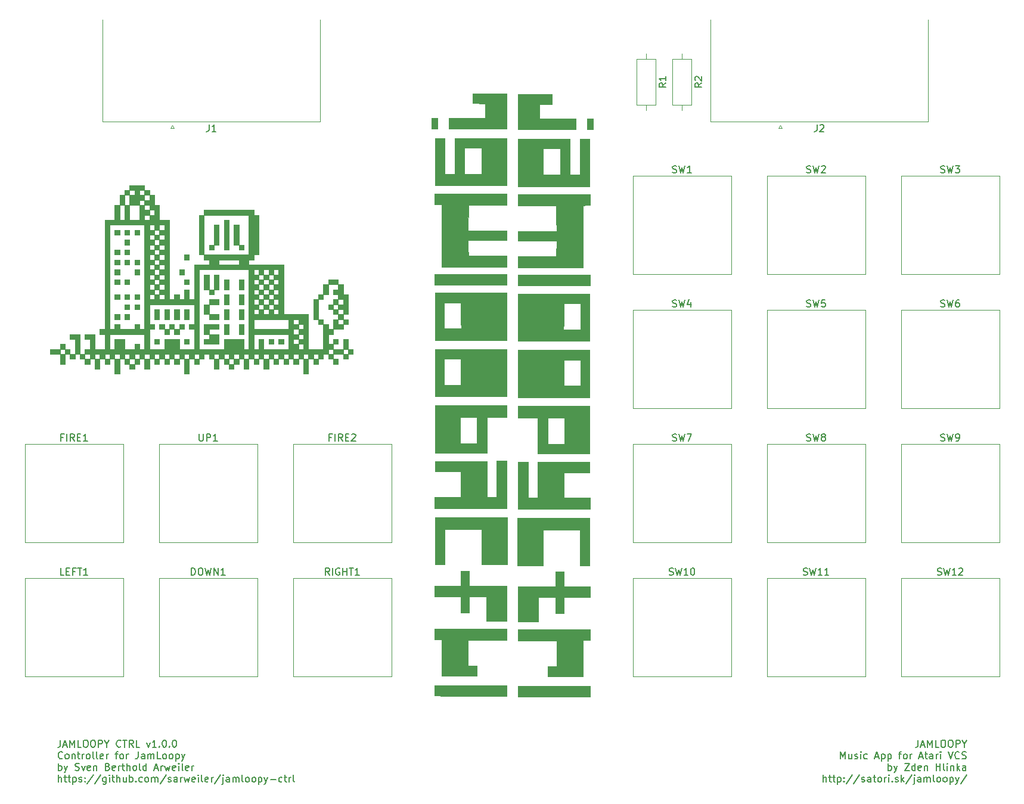
<source format=gbr>
G04 #@! TF.GenerationSoftware,KiCad,Pcbnew,(5.1.2-1)-1*
G04 #@! TF.CreationDate,2020-07-28T22:06:20+02:00*
G04 #@! TF.ProjectId,jamloopy-ctrl,6a616d6c-6f6f-4707-992d-6374726c2e6b,rev?*
G04 #@! TF.SameCoordinates,Original*
G04 #@! TF.FileFunction,Legend,Top*
G04 #@! TF.FilePolarity,Positive*
%FSLAX46Y46*%
G04 Gerber Fmt 4.6, Leading zero omitted, Abs format (unit mm)*
G04 Created by KiCad (PCBNEW (5.1.2-1)-1) date 2020-07-28 22:06:20*
%MOMM*%
%LPD*%
G04 APERTURE LIST*
%ADD10C,0.150000*%
%ADD11C,0.010000*%
%ADD12C,0.120000*%
G04 APERTURE END LIST*
D10*
X213882500Y-146837380D02*
X213882500Y-147551666D01*
X213834880Y-147694523D01*
X213739642Y-147789761D01*
X213596785Y-147837380D01*
X213501547Y-147837380D01*
X214311071Y-147551666D02*
X214787261Y-147551666D01*
X214215833Y-147837380D02*
X214549166Y-146837380D01*
X214882500Y-147837380D01*
X215215833Y-147837380D02*
X215215833Y-146837380D01*
X215549166Y-147551666D01*
X215882500Y-146837380D01*
X215882500Y-147837380D01*
X216834880Y-147837380D02*
X216358690Y-147837380D01*
X216358690Y-146837380D01*
X217358690Y-146837380D02*
X217549166Y-146837380D01*
X217644404Y-146885000D01*
X217739642Y-146980238D01*
X217787261Y-147170714D01*
X217787261Y-147504047D01*
X217739642Y-147694523D01*
X217644404Y-147789761D01*
X217549166Y-147837380D01*
X217358690Y-147837380D01*
X217263452Y-147789761D01*
X217168214Y-147694523D01*
X217120595Y-147504047D01*
X217120595Y-147170714D01*
X217168214Y-146980238D01*
X217263452Y-146885000D01*
X217358690Y-146837380D01*
X218406309Y-146837380D02*
X218596785Y-146837380D01*
X218692023Y-146885000D01*
X218787261Y-146980238D01*
X218834880Y-147170714D01*
X218834880Y-147504047D01*
X218787261Y-147694523D01*
X218692023Y-147789761D01*
X218596785Y-147837380D01*
X218406309Y-147837380D01*
X218311071Y-147789761D01*
X218215833Y-147694523D01*
X218168214Y-147504047D01*
X218168214Y-147170714D01*
X218215833Y-146980238D01*
X218311071Y-146885000D01*
X218406309Y-146837380D01*
X219263452Y-147837380D02*
X219263452Y-146837380D01*
X219644404Y-146837380D01*
X219739642Y-146885000D01*
X219787261Y-146932619D01*
X219834880Y-147027857D01*
X219834880Y-147170714D01*
X219787261Y-147265952D01*
X219739642Y-147313571D01*
X219644404Y-147361190D01*
X219263452Y-147361190D01*
X220453928Y-147361190D02*
X220453928Y-147837380D01*
X220120595Y-146837380D02*
X220453928Y-147361190D01*
X220787261Y-146837380D01*
X202882500Y-149487380D02*
X202882500Y-148487380D01*
X203215833Y-149201666D01*
X203549166Y-148487380D01*
X203549166Y-149487380D01*
X204453928Y-148820714D02*
X204453928Y-149487380D01*
X204025357Y-148820714D02*
X204025357Y-149344523D01*
X204072976Y-149439761D01*
X204168214Y-149487380D01*
X204311071Y-149487380D01*
X204406309Y-149439761D01*
X204453928Y-149392142D01*
X204882500Y-149439761D02*
X204977738Y-149487380D01*
X205168214Y-149487380D01*
X205263452Y-149439761D01*
X205311071Y-149344523D01*
X205311071Y-149296904D01*
X205263452Y-149201666D01*
X205168214Y-149154047D01*
X205025357Y-149154047D01*
X204930119Y-149106428D01*
X204882500Y-149011190D01*
X204882500Y-148963571D01*
X204930119Y-148868333D01*
X205025357Y-148820714D01*
X205168214Y-148820714D01*
X205263452Y-148868333D01*
X205739642Y-149487380D02*
X205739642Y-148820714D01*
X205739642Y-148487380D02*
X205692023Y-148535000D01*
X205739642Y-148582619D01*
X205787261Y-148535000D01*
X205739642Y-148487380D01*
X205739642Y-148582619D01*
X206644404Y-149439761D02*
X206549166Y-149487380D01*
X206358690Y-149487380D01*
X206263452Y-149439761D01*
X206215833Y-149392142D01*
X206168214Y-149296904D01*
X206168214Y-149011190D01*
X206215833Y-148915952D01*
X206263452Y-148868333D01*
X206358690Y-148820714D01*
X206549166Y-148820714D01*
X206644404Y-148868333D01*
X207787261Y-149201666D02*
X208263452Y-149201666D01*
X207692023Y-149487380D02*
X208025357Y-148487380D01*
X208358690Y-149487380D01*
X208692023Y-148820714D02*
X208692023Y-149820714D01*
X208692023Y-148868333D02*
X208787261Y-148820714D01*
X208977738Y-148820714D01*
X209072976Y-148868333D01*
X209120595Y-148915952D01*
X209168214Y-149011190D01*
X209168214Y-149296904D01*
X209120595Y-149392142D01*
X209072976Y-149439761D01*
X208977738Y-149487380D01*
X208787261Y-149487380D01*
X208692023Y-149439761D01*
X209596785Y-148820714D02*
X209596785Y-149820714D01*
X209596785Y-148868333D02*
X209692023Y-148820714D01*
X209882500Y-148820714D01*
X209977738Y-148868333D01*
X210025357Y-148915952D01*
X210072976Y-149011190D01*
X210072976Y-149296904D01*
X210025357Y-149392142D01*
X209977738Y-149439761D01*
X209882500Y-149487380D01*
X209692023Y-149487380D01*
X209596785Y-149439761D01*
X211120595Y-148820714D02*
X211501547Y-148820714D01*
X211263452Y-149487380D02*
X211263452Y-148630238D01*
X211311071Y-148535000D01*
X211406309Y-148487380D01*
X211501547Y-148487380D01*
X211977738Y-149487380D02*
X211882500Y-149439761D01*
X211834880Y-149392142D01*
X211787261Y-149296904D01*
X211787261Y-149011190D01*
X211834880Y-148915952D01*
X211882500Y-148868333D01*
X211977738Y-148820714D01*
X212120595Y-148820714D01*
X212215833Y-148868333D01*
X212263452Y-148915952D01*
X212311071Y-149011190D01*
X212311071Y-149296904D01*
X212263452Y-149392142D01*
X212215833Y-149439761D01*
X212120595Y-149487380D01*
X211977738Y-149487380D01*
X212739642Y-149487380D02*
X212739642Y-148820714D01*
X212739642Y-149011190D02*
X212787261Y-148915952D01*
X212834880Y-148868333D01*
X212930119Y-148820714D01*
X213025357Y-148820714D01*
X214072976Y-149201666D02*
X214549166Y-149201666D01*
X213977738Y-149487380D02*
X214311071Y-148487380D01*
X214644404Y-149487380D01*
X214834880Y-148820714D02*
X215215833Y-148820714D01*
X214977738Y-148487380D02*
X214977738Y-149344523D01*
X215025357Y-149439761D01*
X215120595Y-149487380D01*
X215215833Y-149487380D01*
X215977738Y-149487380D02*
X215977738Y-148963571D01*
X215930119Y-148868333D01*
X215834880Y-148820714D01*
X215644404Y-148820714D01*
X215549166Y-148868333D01*
X215977738Y-149439761D02*
X215882500Y-149487380D01*
X215644404Y-149487380D01*
X215549166Y-149439761D01*
X215501547Y-149344523D01*
X215501547Y-149249285D01*
X215549166Y-149154047D01*
X215644404Y-149106428D01*
X215882500Y-149106428D01*
X215977738Y-149058809D01*
X216453928Y-149487380D02*
X216453928Y-148820714D01*
X216453928Y-149011190D02*
X216501547Y-148915952D01*
X216549166Y-148868333D01*
X216644404Y-148820714D01*
X216739642Y-148820714D01*
X217072976Y-149487380D02*
X217072976Y-148820714D01*
X217072976Y-148487380D02*
X217025357Y-148535000D01*
X217072976Y-148582619D01*
X217120595Y-148535000D01*
X217072976Y-148487380D01*
X217072976Y-148582619D01*
X218168214Y-148487380D02*
X218501547Y-149487380D01*
X218834880Y-148487380D01*
X219739642Y-149392142D02*
X219692023Y-149439761D01*
X219549166Y-149487380D01*
X219453928Y-149487380D01*
X219311071Y-149439761D01*
X219215833Y-149344523D01*
X219168214Y-149249285D01*
X219120595Y-149058809D01*
X219120595Y-148915952D01*
X219168214Y-148725476D01*
X219215833Y-148630238D01*
X219311071Y-148535000D01*
X219453928Y-148487380D01*
X219549166Y-148487380D01*
X219692023Y-148535000D01*
X219739642Y-148582619D01*
X220120595Y-149439761D02*
X220263452Y-149487380D01*
X220501547Y-149487380D01*
X220596785Y-149439761D01*
X220644404Y-149392142D01*
X220692023Y-149296904D01*
X220692023Y-149201666D01*
X220644404Y-149106428D01*
X220596785Y-149058809D01*
X220501547Y-149011190D01*
X220311071Y-148963571D01*
X220215833Y-148915952D01*
X220168214Y-148868333D01*
X220120595Y-148773095D01*
X220120595Y-148677857D01*
X220168214Y-148582619D01*
X220215833Y-148535000D01*
X220311071Y-148487380D01*
X220549166Y-148487380D01*
X220692023Y-148535000D01*
X209644404Y-151137380D02*
X209644404Y-150137380D01*
X209644404Y-150518333D02*
X209739642Y-150470714D01*
X209930119Y-150470714D01*
X210025357Y-150518333D01*
X210072976Y-150565952D01*
X210120595Y-150661190D01*
X210120595Y-150946904D01*
X210072976Y-151042142D01*
X210025357Y-151089761D01*
X209930119Y-151137380D01*
X209739642Y-151137380D01*
X209644404Y-151089761D01*
X210453928Y-150470714D02*
X210692023Y-151137380D01*
X210930119Y-150470714D02*
X210692023Y-151137380D01*
X210596785Y-151375476D01*
X210549166Y-151423095D01*
X210453928Y-151470714D01*
X211977738Y-150137380D02*
X212644404Y-150137380D01*
X211977738Y-151137380D01*
X212644404Y-151137380D01*
X213453928Y-151137380D02*
X213453928Y-150137380D01*
X213453928Y-151089761D02*
X213358690Y-151137380D01*
X213168214Y-151137380D01*
X213072976Y-151089761D01*
X213025357Y-151042142D01*
X212977738Y-150946904D01*
X212977738Y-150661190D01*
X213025357Y-150565952D01*
X213072976Y-150518333D01*
X213168214Y-150470714D01*
X213358690Y-150470714D01*
X213453928Y-150518333D01*
X214311071Y-151089761D02*
X214215833Y-151137380D01*
X214025357Y-151137380D01*
X213930119Y-151089761D01*
X213882500Y-150994523D01*
X213882500Y-150613571D01*
X213930119Y-150518333D01*
X214025357Y-150470714D01*
X214215833Y-150470714D01*
X214311071Y-150518333D01*
X214358690Y-150613571D01*
X214358690Y-150708809D01*
X213882500Y-150804047D01*
X214787261Y-150470714D02*
X214787261Y-151137380D01*
X214787261Y-150565952D02*
X214834880Y-150518333D01*
X214930119Y-150470714D01*
X215072976Y-150470714D01*
X215168214Y-150518333D01*
X215215833Y-150613571D01*
X215215833Y-151137380D01*
X216453928Y-151137380D02*
X216453928Y-150137380D01*
X216453928Y-150613571D02*
X217025357Y-150613571D01*
X217025357Y-151137380D02*
X217025357Y-150137380D01*
X217644404Y-151137380D02*
X217549166Y-151089761D01*
X217501547Y-150994523D01*
X217501547Y-150137380D01*
X218025357Y-151137380D02*
X218025357Y-150470714D01*
X218025357Y-150137380D02*
X217977738Y-150185000D01*
X218025357Y-150232619D01*
X218072976Y-150185000D01*
X218025357Y-150137380D01*
X218025357Y-150232619D01*
X218501547Y-150470714D02*
X218501547Y-151137380D01*
X218501547Y-150565952D02*
X218549166Y-150518333D01*
X218644404Y-150470714D01*
X218787261Y-150470714D01*
X218882500Y-150518333D01*
X218930119Y-150613571D01*
X218930119Y-151137380D01*
X219406309Y-151137380D02*
X219406309Y-150137380D01*
X219501547Y-150756428D02*
X219787261Y-151137380D01*
X219787261Y-150470714D02*
X219406309Y-150851666D01*
X220644404Y-151137380D02*
X220644404Y-150613571D01*
X220596785Y-150518333D01*
X220501547Y-150470714D01*
X220311071Y-150470714D01*
X220215833Y-150518333D01*
X220644404Y-151089761D02*
X220549166Y-151137380D01*
X220311071Y-151137380D01*
X220215833Y-151089761D01*
X220168214Y-150994523D01*
X220168214Y-150899285D01*
X220215833Y-150804047D01*
X220311071Y-150756428D01*
X220549166Y-150756428D01*
X220644404Y-150708809D01*
X200406309Y-152787380D02*
X200406309Y-151787380D01*
X200834880Y-152787380D02*
X200834880Y-152263571D01*
X200787261Y-152168333D01*
X200692023Y-152120714D01*
X200549166Y-152120714D01*
X200453928Y-152168333D01*
X200406309Y-152215952D01*
X201168214Y-152120714D02*
X201549166Y-152120714D01*
X201311071Y-151787380D02*
X201311071Y-152644523D01*
X201358690Y-152739761D01*
X201453928Y-152787380D01*
X201549166Y-152787380D01*
X201739642Y-152120714D02*
X202120595Y-152120714D01*
X201882499Y-151787380D02*
X201882499Y-152644523D01*
X201930119Y-152739761D01*
X202025357Y-152787380D01*
X202120595Y-152787380D01*
X202453928Y-152120714D02*
X202453928Y-153120714D01*
X202453928Y-152168333D02*
X202549166Y-152120714D01*
X202739642Y-152120714D01*
X202834880Y-152168333D01*
X202882499Y-152215952D01*
X202930119Y-152311190D01*
X202930119Y-152596904D01*
X202882499Y-152692142D01*
X202834880Y-152739761D01*
X202739642Y-152787380D01*
X202549166Y-152787380D01*
X202453928Y-152739761D01*
X203358690Y-152692142D02*
X203406309Y-152739761D01*
X203358690Y-152787380D01*
X203311071Y-152739761D01*
X203358690Y-152692142D01*
X203358690Y-152787380D01*
X203358690Y-152168333D02*
X203406309Y-152215952D01*
X203358690Y-152263571D01*
X203311071Y-152215952D01*
X203358690Y-152168333D01*
X203358690Y-152263571D01*
X204549166Y-151739761D02*
X203692023Y-153025476D01*
X205596785Y-151739761D02*
X204739642Y-153025476D01*
X205882499Y-152739761D02*
X205977738Y-152787380D01*
X206168214Y-152787380D01*
X206263452Y-152739761D01*
X206311071Y-152644523D01*
X206311071Y-152596904D01*
X206263452Y-152501666D01*
X206168214Y-152454047D01*
X206025357Y-152454047D01*
X205930119Y-152406428D01*
X205882499Y-152311190D01*
X205882499Y-152263571D01*
X205930119Y-152168333D01*
X206025357Y-152120714D01*
X206168214Y-152120714D01*
X206263452Y-152168333D01*
X207168214Y-152787380D02*
X207168214Y-152263571D01*
X207120595Y-152168333D01*
X207025357Y-152120714D01*
X206834880Y-152120714D01*
X206739642Y-152168333D01*
X207168214Y-152739761D02*
X207072976Y-152787380D01*
X206834880Y-152787380D01*
X206739642Y-152739761D01*
X206692023Y-152644523D01*
X206692023Y-152549285D01*
X206739642Y-152454047D01*
X206834880Y-152406428D01*
X207072976Y-152406428D01*
X207168214Y-152358809D01*
X207501547Y-152120714D02*
X207882499Y-152120714D01*
X207644404Y-151787380D02*
X207644404Y-152644523D01*
X207692023Y-152739761D01*
X207787261Y-152787380D01*
X207882499Y-152787380D01*
X208358690Y-152787380D02*
X208263452Y-152739761D01*
X208215833Y-152692142D01*
X208168214Y-152596904D01*
X208168214Y-152311190D01*
X208215833Y-152215952D01*
X208263452Y-152168333D01*
X208358690Y-152120714D01*
X208501547Y-152120714D01*
X208596785Y-152168333D01*
X208644404Y-152215952D01*
X208692023Y-152311190D01*
X208692023Y-152596904D01*
X208644404Y-152692142D01*
X208596785Y-152739761D01*
X208501547Y-152787380D01*
X208358690Y-152787380D01*
X209120595Y-152787380D02*
X209120595Y-152120714D01*
X209120595Y-152311190D02*
X209168214Y-152215952D01*
X209215833Y-152168333D01*
X209311071Y-152120714D01*
X209406309Y-152120714D01*
X209739642Y-152787380D02*
X209739642Y-152120714D01*
X209739642Y-151787380D02*
X209692023Y-151835000D01*
X209739642Y-151882619D01*
X209787261Y-151835000D01*
X209739642Y-151787380D01*
X209739642Y-151882619D01*
X210215833Y-152692142D02*
X210263452Y-152739761D01*
X210215833Y-152787380D01*
X210168214Y-152739761D01*
X210215833Y-152692142D01*
X210215833Y-152787380D01*
X210644404Y-152739761D02*
X210739642Y-152787380D01*
X210930119Y-152787380D01*
X211025357Y-152739761D01*
X211072976Y-152644523D01*
X211072976Y-152596904D01*
X211025357Y-152501666D01*
X210930119Y-152454047D01*
X210787261Y-152454047D01*
X210692023Y-152406428D01*
X210644404Y-152311190D01*
X210644404Y-152263571D01*
X210692023Y-152168333D01*
X210787261Y-152120714D01*
X210930119Y-152120714D01*
X211025357Y-152168333D01*
X211501547Y-152787380D02*
X211501547Y-151787380D01*
X211596785Y-152406428D02*
X211882499Y-152787380D01*
X211882499Y-152120714D02*
X211501547Y-152501666D01*
X213025357Y-151739761D02*
X212168214Y-153025476D01*
X213358690Y-152120714D02*
X213358690Y-152977857D01*
X213311071Y-153073095D01*
X213215833Y-153120714D01*
X213168214Y-153120714D01*
X213358690Y-151787380D02*
X213311071Y-151835000D01*
X213358690Y-151882619D01*
X213406309Y-151835000D01*
X213358690Y-151787380D01*
X213358690Y-151882619D01*
X214263452Y-152787380D02*
X214263452Y-152263571D01*
X214215833Y-152168333D01*
X214120595Y-152120714D01*
X213930119Y-152120714D01*
X213834880Y-152168333D01*
X214263452Y-152739761D02*
X214168214Y-152787380D01*
X213930119Y-152787380D01*
X213834880Y-152739761D01*
X213787261Y-152644523D01*
X213787261Y-152549285D01*
X213834880Y-152454047D01*
X213930119Y-152406428D01*
X214168214Y-152406428D01*
X214263452Y-152358809D01*
X214739642Y-152787380D02*
X214739642Y-152120714D01*
X214739642Y-152215952D02*
X214787261Y-152168333D01*
X214882499Y-152120714D01*
X215025357Y-152120714D01*
X215120595Y-152168333D01*
X215168214Y-152263571D01*
X215168214Y-152787380D01*
X215168214Y-152263571D02*
X215215833Y-152168333D01*
X215311071Y-152120714D01*
X215453928Y-152120714D01*
X215549166Y-152168333D01*
X215596785Y-152263571D01*
X215596785Y-152787380D01*
X216215833Y-152787380D02*
X216120595Y-152739761D01*
X216072976Y-152644523D01*
X216072976Y-151787380D01*
X216739642Y-152787380D02*
X216644404Y-152739761D01*
X216596785Y-152692142D01*
X216549166Y-152596904D01*
X216549166Y-152311190D01*
X216596785Y-152215952D01*
X216644404Y-152168333D01*
X216739642Y-152120714D01*
X216882499Y-152120714D01*
X216977738Y-152168333D01*
X217025357Y-152215952D01*
X217072976Y-152311190D01*
X217072976Y-152596904D01*
X217025357Y-152692142D01*
X216977738Y-152739761D01*
X216882499Y-152787380D01*
X216739642Y-152787380D01*
X217644404Y-152787380D02*
X217549166Y-152739761D01*
X217501547Y-152692142D01*
X217453928Y-152596904D01*
X217453928Y-152311190D01*
X217501547Y-152215952D01*
X217549166Y-152168333D01*
X217644404Y-152120714D01*
X217787261Y-152120714D01*
X217882499Y-152168333D01*
X217930119Y-152215952D01*
X217977738Y-152311190D01*
X217977738Y-152596904D01*
X217930119Y-152692142D01*
X217882499Y-152739761D01*
X217787261Y-152787380D01*
X217644404Y-152787380D01*
X218406309Y-152120714D02*
X218406309Y-153120714D01*
X218406309Y-152168333D02*
X218501547Y-152120714D01*
X218692023Y-152120714D01*
X218787261Y-152168333D01*
X218834880Y-152215952D01*
X218882499Y-152311190D01*
X218882499Y-152596904D01*
X218834880Y-152692142D01*
X218787261Y-152739761D01*
X218692023Y-152787380D01*
X218501547Y-152787380D01*
X218406309Y-152739761D01*
X219215833Y-152120714D02*
X219453928Y-152787380D01*
X219692023Y-152120714D02*
X219453928Y-152787380D01*
X219358690Y-153025476D01*
X219311071Y-153073095D01*
X219215833Y-153120714D01*
X220787261Y-151739761D02*
X219930119Y-153025476D01*
X92061309Y-146837380D02*
X92061309Y-147551666D01*
X92013690Y-147694523D01*
X91918452Y-147789761D01*
X91775595Y-147837380D01*
X91680357Y-147837380D01*
X92489880Y-147551666D02*
X92966071Y-147551666D01*
X92394642Y-147837380D02*
X92727976Y-146837380D01*
X93061309Y-147837380D01*
X93394642Y-147837380D02*
X93394642Y-146837380D01*
X93727976Y-147551666D01*
X94061309Y-146837380D01*
X94061309Y-147837380D01*
X95013690Y-147837380D02*
X94537500Y-147837380D01*
X94537500Y-146837380D01*
X95537500Y-146837380D02*
X95727976Y-146837380D01*
X95823214Y-146885000D01*
X95918452Y-146980238D01*
X95966071Y-147170714D01*
X95966071Y-147504047D01*
X95918452Y-147694523D01*
X95823214Y-147789761D01*
X95727976Y-147837380D01*
X95537500Y-147837380D01*
X95442261Y-147789761D01*
X95347023Y-147694523D01*
X95299404Y-147504047D01*
X95299404Y-147170714D01*
X95347023Y-146980238D01*
X95442261Y-146885000D01*
X95537500Y-146837380D01*
X96585119Y-146837380D02*
X96775595Y-146837380D01*
X96870833Y-146885000D01*
X96966071Y-146980238D01*
X97013690Y-147170714D01*
X97013690Y-147504047D01*
X96966071Y-147694523D01*
X96870833Y-147789761D01*
X96775595Y-147837380D01*
X96585119Y-147837380D01*
X96489880Y-147789761D01*
X96394642Y-147694523D01*
X96347023Y-147504047D01*
X96347023Y-147170714D01*
X96394642Y-146980238D01*
X96489880Y-146885000D01*
X96585119Y-146837380D01*
X97442261Y-147837380D02*
X97442261Y-146837380D01*
X97823214Y-146837380D01*
X97918452Y-146885000D01*
X97966071Y-146932619D01*
X98013690Y-147027857D01*
X98013690Y-147170714D01*
X97966071Y-147265952D01*
X97918452Y-147313571D01*
X97823214Y-147361190D01*
X97442261Y-147361190D01*
X98632738Y-147361190D02*
X98632738Y-147837380D01*
X98299404Y-146837380D02*
X98632738Y-147361190D01*
X98966071Y-146837380D01*
X100632738Y-147742142D02*
X100585119Y-147789761D01*
X100442261Y-147837380D01*
X100347023Y-147837380D01*
X100204166Y-147789761D01*
X100108928Y-147694523D01*
X100061309Y-147599285D01*
X100013690Y-147408809D01*
X100013690Y-147265952D01*
X100061309Y-147075476D01*
X100108928Y-146980238D01*
X100204166Y-146885000D01*
X100347023Y-146837380D01*
X100442261Y-146837380D01*
X100585119Y-146885000D01*
X100632738Y-146932619D01*
X100918452Y-146837380D02*
X101489880Y-146837380D01*
X101204166Y-147837380D02*
X101204166Y-146837380D01*
X102394642Y-147837380D02*
X102061309Y-147361190D01*
X101823214Y-147837380D02*
X101823214Y-146837380D01*
X102204166Y-146837380D01*
X102299404Y-146885000D01*
X102347023Y-146932619D01*
X102394642Y-147027857D01*
X102394642Y-147170714D01*
X102347023Y-147265952D01*
X102299404Y-147313571D01*
X102204166Y-147361190D01*
X101823214Y-147361190D01*
X103299404Y-147837380D02*
X102823214Y-147837380D01*
X102823214Y-146837380D01*
X104299404Y-147170714D02*
X104537500Y-147837380D01*
X104775595Y-147170714D01*
X105680357Y-147837380D02*
X105108928Y-147837380D01*
X105394642Y-147837380D02*
X105394642Y-146837380D01*
X105299404Y-146980238D01*
X105204166Y-147075476D01*
X105108928Y-147123095D01*
X106108928Y-147742142D02*
X106156547Y-147789761D01*
X106108928Y-147837380D01*
X106061309Y-147789761D01*
X106108928Y-147742142D01*
X106108928Y-147837380D01*
X106775595Y-146837380D02*
X106870833Y-146837380D01*
X106966071Y-146885000D01*
X107013690Y-146932619D01*
X107061309Y-147027857D01*
X107108928Y-147218333D01*
X107108928Y-147456428D01*
X107061309Y-147646904D01*
X107013690Y-147742142D01*
X106966071Y-147789761D01*
X106870833Y-147837380D01*
X106775595Y-147837380D01*
X106680357Y-147789761D01*
X106632738Y-147742142D01*
X106585119Y-147646904D01*
X106537500Y-147456428D01*
X106537500Y-147218333D01*
X106585119Y-147027857D01*
X106632738Y-146932619D01*
X106680357Y-146885000D01*
X106775595Y-146837380D01*
X107537500Y-147742142D02*
X107585119Y-147789761D01*
X107537500Y-147837380D01*
X107489880Y-147789761D01*
X107537500Y-147742142D01*
X107537500Y-147837380D01*
X108204166Y-146837380D02*
X108299404Y-146837380D01*
X108394642Y-146885000D01*
X108442261Y-146932619D01*
X108489880Y-147027857D01*
X108537500Y-147218333D01*
X108537500Y-147456428D01*
X108489880Y-147646904D01*
X108442261Y-147742142D01*
X108394642Y-147789761D01*
X108299404Y-147837380D01*
X108204166Y-147837380D01*
X108108928Y-147789761D01*
X108061309Y-147742142D01*
X108013690Y-147646904D01*
X107966071Y-147456428D01*
X107966071Y-147218333D01*
X108013690Y-147027857D01*
X108061309Y-146932619D01*
X108108928Y-146885000D01*
X108204166Y-146837380D01*
X92347023Y-149392142D02*
X92299404Y-149439761D01*
X92156547Y-149487380D01*
X92061309Y-149487380D01*
X91918452Y-149439761D01*
X91823214Y-149344523D01*
X91775595Y-149249285D01*
X91727976Y-149058809D01*
X91727976Y-148915952D01*
X91775595Y-148725476D01*
X91823214Y-148630238D01*
X91918452Y-148535000D01*
X92061309Y-148487380D01*
X92156547Y-148487380D01*
X92299404Y-148535000D01*
X92347023Y-148582619D01*
X92918452Y-149487380D02*
X92823214Y-149439761D01*
X92775595Y-149392142D01*
X92727976Y-149296904D01*
X92727976Y-149011190D01*
X92775595Y-148915952D01*
X92823214Y-148868333D01*
X92918452Y-148820714D01*
X93061309Y-148820714D01*
X93156547Y-148868333D01*
X93204166Y-148915952D01*
X93251785Y-149011190D01*
X93251785Y-149296904D01*
X93204166Y-149392142D01*
X93156547Y-149439761D01*
X93061309Y-149487380D01*
X92918452Y-149487380D01*
X93680357Y-148820714D02*
X93680357Y-149487380D01*
X93680357Y-148915952D02*
X93727976Y-148868333D01*
X93823214Y-148820714D01*
X93966071Y-148820714D01*
X94061309Y-148868333D01*
X94108928Y-148963571D01*
X94108928Y-149487380D01*
X94442261Y-148820714D02*
X94823214Y-148820714D01*
X94585119Y-148487380D02*
X94585119Y-149344523D01*
X94632738Y-149439761D01*
X94727976Y-149487380D01*
X94823214Y-149487380D01*
X95156547Y-149487380D02*
X95156547Y-148820714D01*
X95156547Y-149011190D02*
X95204166Y-148915952D01*
X95251785Y-148868333D01*
X95347023Y-148820714D01*
X95442261Y-148820714D01*
X95918452Y-149487380D02*
X95823214Y-149439761D01*
X95775595Y-149392142D01*
X95727976Y-149296904D01*
X95727976Y-149011190D01*
X95775595Y-148915952D01*
X95823214Y-148868333D01*
X95918452Y-148820714D01*
X96061309Y-148820714D01*
X96156547Y-148868333D01*
X96204166Y-148915952D01*
X96251785Y-149011190D01*
X96251785Y-149296904D01*
X96204166Y-149392142D01*
X96156547Y-149439761D01*
X96061309Y-149487380D01*
X95918452Y-149487380D01*
X96823214Y-149487380D02*
X96727976Y-149439761D01*
X96680357Y-149344523D01*
X96680357Y-148487380D01*
X97347023Y-149487380D02*
X97251785Y-149439761D01*
X97204166Y-149344523D01*
X97204166Y-148487380D01*
X98108928Y-149439761D02*
X98013690Y-149487380D01*
X97823214Y-149487380D01*
X97727976Y-149439761D01*
X97680357Y-149344523D01*
X97680357Y-148963571D01*
X97727976Y-148868333D01*
X97823214Y-148820714D01*
X98013690Y-148820714D01*
X98108928Y-148868333D01*
X98156547Y-148963571D01*
X98156547Y-149058809D01*
X97680357Y-149154047D01*
X98585119Y-149487380D02*
X98585119Y-148820714D01*
X98585119Y-149011190D02*
X98632738Y-148915952D01*
X98680357Y-148868333D01*
X98775595Y-148820714D01*
X98870833Y-148820714D01*
X99823214Y-148820714D02*
X100204166Y-148820714D01*
X99966071Y-149487380D02*
X99966071Y-148630238D01*
X100013690Y-148535000D01*
X100108928Y-148487380D01*
X100204166Y-148487380D01*
X100680357Y-149487380D02*
X100585119Y-149439761D01*
X100537500Y-149392142D01*
X100489880Y-149296904D01*
X100489880Y-149011190D01*
X100537500Y-148915952D01*
X100585119Y-148868333D01*
X100680357Y-148820714D01*
X100823214Y-148820714D01*
X100918452Y-148868333D01*
X100966071Y-148915952D01*
X101013690Y-149011190D01*
X101013690Y-149296904D01*
X100966071Y-149392142D01*
X100918452Y-149439761D01*
X100823214Y-149487380D01*
X100680357Y-149487380D01*
X101442261Y-149487380D02*
X101442261Y-148820714D01*
X101442261Y-149011190D02*
X101489880Y-148915952D01*
X101537500Y-148868333D01*
X101632738Y-148820714D01*
X101727976Y-148820714D01*
X103108928Y-148487380D02*
X103108928Y-149201666D01*
X103061309Y-149344523D01*
X102966071Y-149439761D01*
X102823214Y-149487380D01*
X102727976Y-149487380D01*
X104013690Y-149487380D02*
X104013690Y-148963571D01*
X103966071Y-148868333D01*
X103870833Y-148820714D01*
X103680357Y-148820714D01*
X103585119Y-148868333D01*
X104013690Y-149439761D02*
X103918452Y-149487380D01*
X103680357Y-149487380D01*
X103585119Y-149439761D01*
X103537500Y-149344523D01*
X103537500Y-149249285D01*
X103585119Y-149154047D01*
X103680357Y-149106428D01*
X103918452Y-149106428D01*
X104013690Y-149058809D01*
X104489880Y-149487380D02*
X104489880Y-148820714D01*
X104489880Y-148915952D02*
X104537500Y-148868333D01*
X104632738Y-148820714D01*
X104775595Y-148820714D01*
X104870833Y-148868333D01*
X104918452Y-148963571D01*
X104918452Y-149487380D01*
X104918452Y-148963571D02*
X104966071Y-148868333D01*
X105061309Y-148820714D01*
X105204166Y-148820714D01*
X105299404Y-148868333D01*
X105347023Y-148963571D01*
X105347023Y-149487380D01*
X106299404Y-149487380D02*
X105823214Y-149487380D01*
X105823214Y-148487380D01*
X106775595Y-149487380D02*
X106680357Y-149439761D01*
X106632738Y-149392142D01*
X106585119Y-149296904D01*
X106585119Y-149011190D01*
X106632738Y-148915952D01*
X106680357Y-148868333D01*
X106775595Y-148820714D01*
X106918452Y-148820714D01*
X107013690Y-148868333D01*
X107061309Y-148915952D01*
X107108928Y-149011190D01*
X107108928Y-149296904D01*
X107061309Y-149392142D01*
X107013690Y-149439761D01*
X106918452Y-149487380D01*
X106775595Y-149487380D01*
X107680357Y-149487380D02*
X107585119Y-149439761D01*
X107537500Y-149392142D01*
X107489880Y-149296904D01*
X107489880Y-149011190D01*
X107537500Y-148915952D01*
X107585119Y-148868333D01*
X107680357Y-148820714D01*
X107823214Y-148820714D01*
X107918452Y-148868333D01*
X107966071Y-148915952D01*
X108013690Y-149011190D01*
X108013690Y-149296904D01*
X107966071Y-149392142D01*
X107918452Y-149439761D01*
X107823214Y-149487380D01*
X107680357Y-149487380D01*
X108442261Y-148820714D02*
X108442261Y-149820714D01*
X108442261Y-148868333D02*
X108537500Y-148820714D01*
X108727976Y-148820714D01*
X108823214Y-148868333D01*
X108870833Y-148915952D01*
X108918452Y-149011190D01*
X108918452Y-149296904D01*
X108870833Y-149392142D01*
X108823214Y-149439761D01*
X108727976Y-149487380D01*
X108537500Y-149487380D01*
X108442261Y-149439761D01*
X109251785Y-148820714D02*
X109489880Y-149487380D01*
X109727976Y-148820714D02*
X109489880Y-149487380D01*
X109394642Y-149725476D01*
X109347023Y-149773095D01*
X109251785Y-149820714D01*
X91775595Y-151137380D02*
X91775595Y-150137380D01*
X91775595Y-150518333D02*
X91870833Y-150470714D01*
X92061309Y-150470714D01*
X92156547Y-150518333D01*
X92204166Y-150565952D01*
X92251785Y-150661190D01*
X92251785Y-150946904D01*
X92204166Y-151042142D01*
X92156547Y-151089761D01*
X92061309Y-151137380D01*
X91870833Y-151137380D01*
X91775595Y-151089761D01*
X92585119Y-150470714D02*
X92823214Y-151137380D01*
X93061309Y-150470714D02*
X92823214Y-151137380D01*
X92727976Y-151375476D01*
X92680357Y-151423095D01*
X92585119Y-151470714D01*
X94156547Y-151089761D02*
X94299404Y-151137380D01*
X94537500Y-151137380D01*
X94632738Y-151089761D01*
X94680357Y-151042142D01*
X94727976Y-150946904D01*
X94727976Y-150851666D01*
X94680357Y-150756428D01*
X94632738Y-150708809D01*
X94537500Y-150661190D01*
X94347023Y-150613571D01*
X94251785Y-150565952D01*
X94204166Y-150518333D01*
X94156547Y-150423095D01*
X94156547Y-150327857D01*
X94204166Y-150232619D01*
X94251785Y-150185000D01*
X94347023Y-150137380D01*
X94585119Y-150137380D01*
X94727976Y-150185000D01*
X95061309Y-150470714D02*
X95299404Y-151137380D01*
X95537500Y-150470714D01*
X96299404Y-151089761D02*
X96204166Y-151137380D01*
X96013690Y-151137380D01*
X95918452Y-151089761D01*
X95870833Y-150994523D01*
X95870833Y-150613571D01*
X95918452Y-150518333D01*
X96013690Y-150470714D01*
X96204166Y-150470714D01*
X96299404Y-150518333D01*
X96347023Y-150613571D01*
X96347023Y-150708809D01*
X95870833Y-150804047D01*
X96775595Y-150470714D02*
X96775595Y-151137380D01*
X96775595Y-150565952D02*
X96823214Y-150518333D01*
X96918452Y-150470714D01*
X97061309Y-150470714D01*
X97156547Y-150518333D01*
X97204166Y-150613571D01*
X97204166Y-151137380D01*
X98775595Y-150613571D02*
X98918452Y-150661190D01*
X98966071Y-150708809D01*
X99013690Y-150804047D01*
X99013690Y-150946904D01*
X98966071Y-151042142D01*
X98918452Y-151089761D01*
X98823214Y-151137380D01*
X98442261Y-151137380D01*
X98442261Y-150137380D01*
X98775595Y-150137380D01*
X98870833Y-150185000D01*
X98918452Y-150232619D01*
X98966071Y-150327857D01*
X98966071Y-150423095D01*
X98918452Y-150518333D01*
X98870833Y-150565952D01*
X98775595Y-150613571D01*
X98442261Y-150613571D01*
X99823214Y-151089761D02*
X99727976Y-151137380D01*
X99537500Y-151137380D01*
X99442261Y-151089761D01*
X99394642Y-150994523D01*
X99394642Y-150613571D01*
X99442261Y-150518333D01*
X99537500Y-150470714D01*
X99727976Y-150470714D01*
X99823214Y-150518333D01*
X99870833Y-150613571D01*
X99870833Y-150708809D01*
X99394642Y-150804047D01*
X100299404Y-151137380D02*
X100299404Y-150470714D01*
X100299404Y-150661190D02*
X100347023Y-150565952D01*
X100394642Y-150518333D01*
X100489880Y-150470714D01*
X100585119Y-150470714D01*
X100775595Y-150470714D02*
X101156547Y-150470714D01*
X100918452Y-150137380D02*
X100918452Y-150994523D01*
X100966071Y-151089761D01*
X101061309Y-151137380D01*
X101156547Y-151137380D01*
X101489880Y-151137380D02*
X101489880Y-150137380D01*
X101918452Y-151137380D02*
X101918452Y-150613571D01*
X101870833Y-150518333D01*
X101775595Y-150470714D01*
X101632738Y-150470714D01*
X101537500Y-150518333D01*
X101489880Y-150565952D01*
X102537500Y-151137380D02*
X102442261Y-151089761D01*
X102394642Y-151042142D01*
X102347023Y-150946904D01*
X102347023Y-150661190D01*
X102394642Y-150565952D01*
X102442261Y-150518333D01*
X102537500Y-150470714D01*
X102680357Y-150470714D01*
X102775595Y-150518333D01*
X102823214Y-150565952D01*
X102870833Y-150661190D01*
X102870833Y-150946904D01*
X102823214Y-151042142D01*
X102775595Y-151089761D01*
X102680357Y-151137380D01*
X102537500Y-151137380D01*
X103442261Y-151137380D02*
X103347023Y-151089761D01*
X103299404Y-150994523D01*
X103299404Y-150137380D01*
X104251785Y-151137380D02*
X104251785Y-150137380D01*
X104251785Y-151089761D02*
X104156547Y-151137380D01*
X103966071Y-151137380D01*
X103870833Y-151089761D01*
X103823214Y-151042142D01*
X103775595Y-150946904D01*
X103775595Y-150661190D01*
X103823214Y-150565952D01*
X103870833Y-150518333D01*
X103966071Y-150470714D01*
X104156547Y-150470714D01*
X104251785Y-150518333D01*
X105442261Y-150851666D02*
X105918452Y-150851666D01*
X105347023Y-151137380D02*
X105680357Y-150137380D01*
X106013690Y-151137380D01*
X106347023Y-151137380D02*
X106347023Y-150470714D01*
X106347023Y-150661190D02*
X106394642Y-150565952D01*
X106442261Y-150518333D01*
X106537500Y-150470714D01*
X106632738Y-150470714D01*
X106870833Y-150470714D02*
X107061309Y-151137380D01*
X107251785Y-150661190D01*
X107442261Y-151137380D01*
X107632738Y-150470714D01*
X108394642Y-151089761D02*
X108299404Y-151137380D01*
X108108928Y-151137380D01*
X108013690Y-151089761D01*
X107966071Y-150994523D01*
X107966071Y-150613571D01*
X108013690Y-150518333D01*
X108108928Y-150470714D01*
X108299404Y-150470714D01*
X108394642Y-150518333D01*
X108442261Y-150613571D01*
X108442261Y-150708809D01*
X107966071Y-150804047D01*
X108870833Y-151137380D02*
X108870833Y-150470714D01*
X108870833Y-150137380D02*
X108823214Y-150185000D01*
X108870833Y-150232619D01*
X108918452Y-150185000D01*
X108870833Y-150137380D01*
X108870833Y-150232619D01*
X109489880Y-151137380D02*
X109394642Y-151089761D01*
X109347023Y-150994523D01*
X109347023Y-150137380D01*
X110251785Y-151089761D02*
X110156547Y-151137380D01*
X109966071Y-151137380D01*
X109870833Y-151089761D01*
X109823214Y-150994523D01*
X109823214Y-150613571D01*
X109870833Y-150518333D01*
X109966071Y-150470714D01*
X110156547Y-150470714D01*
X110251785Y-150518333D01*
X110299404Y-150613571D01*
X110299404Y-150708809D01*
X109823214Y-150804047D01*
X110727976Y-151137380D02*
X110727976Y-150470714D01*
X110727976Y-150661190D02*
X110775595Y-150565952D01*
X110823214Y-150518333D01*
X110918452Y-150470714D01*
X111013690Y-150470714D01*
X91775595Y-152787380D02*
X91775595Y-151787380D01*
X92204166Y-152787380D02*
X92204166Y-152263571D01*
X92156547Y-152168333D01*
X92061309Y-152120714D01*
X91918452Y-152120714D01*
X91823214Y-152168333D01*
X91775595Y-152215952D01*
X92537500Y-152120714D02*
X92918452Y-152120714D01*
X92680357Y-151787380D02*
X92680357Y-152644523D01*
X92727976Y-152739761D01*
X92823214Y-152787380D01*
X92918452Y-152787380D01*
X93108928Y-152120714D02*
X93489880Y-152120714D01*
X93251785Y-151787380D02*
X93251785Y-152644523D01*
X93299404Y-152739761D01*
X93394642Y-152787380D01*
X93489880Y-152787380D01*
X93823214Y-152120714D02*
X93823214Y-153120714D01*
X93823214Y-152168333D02*
X93918452Y-152120714D01*
X94108928Y-152120714D01*
X94204166Y-152168333D01*
X94251785Y-152215952D01*
X94299404Y-152311190D01*
X94299404Y-152596904D01*
X94251785Y-152692142D01*
X94204166Y-152739761D01*
X94108928Y-152787380D01*
X93918452Y-152787380D01*
X93823214Y-152739761D01*
X94680357Y-152739761D02*
X94775595Y-152787380D01*
X94966071Y-152787380D01*
X95061309Y-152739761D01*
X95108928Y-152644523D01*
X95108928Y-152596904D01*
X95061309Y-152501666D01*
X94966071Y-152454047D01*
X94823214Y-152454047D01*
X94727976Y-152406428D01*
X94680357Y-152311190D01*
X94680357Y-152263571D01*
X94727976Y-152168333D01*
X94823214Y-152120714D01*
X94966071Y-152120714D01*
X95061309Y-152168333D01*
X95537500Y-152692142D02*
X95585119Y-152739761D01*
X95537500Y-152787380D01*
X95489880Y-152739761D01*
X95537500Y-152692142D01*
X95537500Y-152787380D01*
X95537500Y-152168333D02*
X95585119Y-152215952D01*
X95537500Y-152263571D01*
X95489880Y-152215952D01*
X95537500Y-152168333D01*
X95537500Y-152263571D01*
X96727976Y-151739761D02*
X95870833Y-153025476D01*
X97775595Y-151739761D02*
X96918452Y-153025476D01*
X98537500Y-152120714D02*
X98537500Y-152930238D01*
X98489880Y-153025476D01*
X98442261Y-153073095D01*
X98347023Y-153120714D01*
X98204166Y-153120714D01*
X98108928Y-153073095D01*
X98537500Y-152739761D02*
X98442261Y-152787380D01*
X98251785Y-152787380D01*
X98156547Y-152739761D01*
X98108928Y-152692142D01*
X98061309Y-152596904D01*
X98061309Y-152311190D01*
X98108928Y-152215952D01*
X98156547Y-152168333D01*
X98251785Y-152120714D01*
X98442261Y-152120714D01*
X98537500Y-152168333D01*
X99013690Y-152787380D02*
X99013690Y-152120714D01*
X99013690Y-151787380D02*
X98966071Y-151835000D01*
X99013690Y-151882619D01*
X99061309Y-151835000D01*
X99013690Y-151787380D01*
X99013690Y-151882619D01*
X99347023Y-152120714D02*
X99727976Y-152120714D01*
X99489880Y-151787380D02*
X99489880Y-152644523D01*
X99537500Y-152739761D01*
X99632738Y-152787380D01*
X99727976Y-152787380D01*
X100061309Y-152787380D02*
X100061309Y-151787380D01*
X100489880Y-152787380D02*
X100489880Y-152263571D01*
X100442261Y-152168333D01*
X100347023Y-152120714D01*
X100204166Y-152120714D01*
X100108928Y-152168333D01*
X100061309Y-152215952D01*
X101394642Y-152120714D02*
X101394642Y-152787380D01*
X100966071Y-152120714D02*
X100966071Y-152644523D01*
X101013690Y-152739761D01*
X101108928Y-152787380D01*
X101251785Y-152787380D01*
X101347023Y-152739761D01*
X101394642Y-152692142D01*
X101870833Y-152787380D02*
X101870833Y-151787380D01*
X101870833Y-152168333D02*
X101966071Y-152120714D01*
X102156547Y-152120714D01*
X102251785Y-152168333D01*
X102299404Y-152215952D01*
X102347023Y-152311190D01*
X102347023Y-152596904D01*
X102299404Y-152692142D01*
X102251785Y-152739761D01*
X102156547Y-152787380D01*
X101966071Y-152787380D01*
X101870833Y-152739761D01*
X102775595Y-152692142D02*
X102823214Y-152739761D01*
X102775595Y-152787380D01*
X102727976Y-152739761D01*
X102775595Y-152692142D01*
X102775595Y-152787380D01*
X103680357Y-152739761D02*
X103585119Y-152787380D01*
X103394642Y-152787380D01*
X103299404Y-152739761D01*
X103251785Y-152692142D01*
X103204166Y-152596904D01*
X103204166Y-152311190D01*
X103251785Y-152215952D01*
X103299404Y-152168333D01*
X103394642Y-152120714D01*
X103585119Y-152120714D01*
X103680357Y-152168333D01*
X104251785Y-152787380D02*
X104156547Y-152739761D01*
X104108928Y-152692142D01*
X104061309Y-152596904D01*
X104061309Y-152311190D01*
X104108928Y-152215952D01*
X104156547Y-152168333D01*
X104251785Y-152120714D01*
X104394642Y-152120714D01*
X104489880Y-152168333D01*
X104537500Y-152215952D01*
X104585119Y-152311190D01*
X104585119Y-152596904D01*
X104537500Y-152692142D01*
X104489880Y-152739761D01*
X104394642Y-152787380D01*
X104251785Y-152787380D01*
X105013690Y-152787380D02*
X105013690Y-152120714D01*
X105013690Y-152215952D02*
X105061309Y-152168333D01*
X105156547Y-152120714D01*
X105299404Y-152120714D01*
X105394642Y-152168333D01*
X105442261Y-152263571D01*
X105442261Y-152787380D01*
X105442261Y-152263571D02*
X105489880Y-152168333D01*
X105585119Y-152120714D01*
X105727976Y-152120714D01*
X105823214Y-152168333D01*
X105870833Y-152263571D01*
X105870833Y-152787380D01*
X107061309Y-151739761D02*
X106204166Y-153025476D01*
X107347023Y-152739761D02*
X107442261Y-152787380D01*
X107632738Y-152787380D01*
X107727976Y-152739761D01*
X107775595Y-152644523D01*
X107775595Y-152596904D01*
X107727976Y-152501666D01*
X107632738Y-152454047D01*
X107489880Y-152454047D01*
X107394642Y-152406428D01*
X107347023Y-152311190D01*
X107347023Y-152263571D01*
X107394642Y-152168333D01*
X107489880Y-152120714D01*
X107632738Y-152120714D01*
X107727976Y-152168333D01*
X108632738Y-152787380D02*
X108632738Y-152263571D01*
X108585119Y-152168333D01*
X108489880Y-152120714D01*
X108299404Y-152120714D01*
X108204166Y-152168333D01*
X108632738Y-152739761D02*
X108537500Y-152787380D01*
X108299404Y-152787380D01*
X108204166Y-152739761D01*
X108156547Y-152644523D01*
X108156547Y-152549285D01*
X108204166Y-152454047D01*
X108299404Y-152406428D01*
X108537500Y-152406428D01*
X108632738Y-152358809D01*
X109108928Y-152787380D02*
X109108928Y-152120714D01*
X109108928Y-152311190D02*
X109156547Y-152215952D01*
X109204166Y-152168333D01*
X109299404Y-152120714D01*
X109394642Y-152120714D01*
X109632738Y-152120714D02*
X109823214Y-152787380D01*
X110013690Y-152311190D01*
X110204166Y-152787380D01*
X110394642Y-152120714D01*
X111156547Y-152739761D02*
X111061309Y-152787380D01*
X110870833Y-152787380D01*
X110775595Y-152739761D01*
X110727976Y-152644523D01*
X110727976Y-152263571D01*
X110775595Y-152168333D01*
X110870833Y-152120714D01*
X111061309Y-152120714D01*
X111156547Y-152168333D01*
X111204166Y-152263571D01*
X111204166Y-152358809D01*
X110727976Y-152454047D01*
X111632738Y-152787380D02*
X111632738Y-152120714D01*
X111632738Y-151787380D02*
X111585119Y-151835000D01*
X111632738Y-151882619D01*
X111680357Y-151835000D01*
X111632738Y-151787380D01*
X111632738Y-151882619D01*
X112251785Y-152787380D02*
X112156547Y-152739761D01*
X112108928Y-152644523D01*
X112108928Y-151787380D01*
X113013690Y-152739761D02*
X112918452Y-152787380D01*
X112727976Y-152787380D01*
X112632738Y-152739761D01*
X112585119Y-152644523D01*
X112585119Y-152263571D01*
X112632738Y-152168333D01*
X112727976Y-152120714D01*
X112918452Y-152120714D01*
X113013690Y-152168333D01*
X113061309Y-152263571D01*
X113061309Y-152358809D01*
X112585119Y-152454047D01*
X113489880Y-152787380D02*
X113489880Y-152120714D01*
X113489880Y-152311190D02*
X113537500Y-152215952D01*
X113585119Y-152168333D01*
X113680357Y-152120714D01*
X113775595Y-152120714D01*
X114823214Y-151739761D02*
X113966071Y-153025476D01*
X115156547Y-152120714D02*
X115156547Y-152977857D01*
X115108928Y-153073095D01*
X115013690Y-153120714D01*
X114966071Y-153120714D01*
X115156547Y-151787380D02*
X115108928Y-151835000D01*
X115156547Y-151882619D01*
X115204166Y-151835000D01*
X115156547Y-151787380D01*
X115156547Y-151882619D01*
X116061309Y-152787380D02*
X116061309Y-152263571D01*
X116013690Y-152168333D01*
X115918452Y-152120714D01*
X115727976Y-152120714D01*
X115632738Y-152168333D01*
X116061309Y-152739761D02*
X115966071Y-152787380D01*
X115727976Y-152787380D01*
X115632738Y-152739761D01*
X115585119Y-152644523D01*
X115585119Y-152549285D01*
X115632738Y-152454047D01*
X115727976Y-152406428D01*
X115966071Y-152406428D01*
X116061309Y-152358809D01*
X116537500Y-152787380D02*
X116537500Y-152120714D01*
X116537500Y-152215952D02*
X116585119Y-152168333D01*
X116680357Y-152120714D01*
X116823214Y-152120714D01*
X116918452Y-152168333D01*
X116966071Y-152263571D01*
X116966071Y-152787380D01*
X116966071Y-152263571D02*
X117013690Y-152168333D01*
X117108928Y-152120714D01*
X117251785Y-152120714D01*
X117347023Y-152168333D01*
X117394642Y-152263571D01*
X117394642Y-152787380D01*
X118013690Y-152787380D02*
X117918452Y-152739761D01*
X117870833Y-152644523D01*
X117870833Y-151787380D01*
X118537500Y-152787380D02*
X118442261Y-152739761D01*
X118394642Y-152692142D01*
X118347023Y-152596904D01*
X118347023Y-152311190D01*
X118394642Y-152215952D01*
X118442261Y-152168333D01*
X118537500Y-152120714D01*
X118680357Y-152120714D01*
X118775595Y-152168333D01*
X118823214Y-152215952D01*
X118870833Y-152311190D01*
X118870833Y-152596904D01*
X118823214Y-152692142D01*
X118775595Y-152739761D01*
X118680357Y-152787380D01*
X118537500Y-152787380D01*
X119442261Y-152787380D02*
X119347023Y-152739761D01*
X119299404Y-152692142D01*
X119251785Y-152596904D01*
X119251785Y-152311190D01*
X119299404Y-152215952D01*
X119347023Y-152168333D01*
X119442261Y-152120714D01*
X119585119Y-152120714D01*
X119680357Y-152168333D01*
X119727976Y-152215952D01*
X119775595Y-152311190D01*
X119775595Y-152596904D01*
X119727976Y-152692142D01*
X119680357Y-152739761D01*
X119585119Y-152787380D01*
X119442261Y-152787380D01*
X120204166Y-152120714D02*
X120204166Y-153120714D01*
X120204166Y-152168333D02*
X120299404Y-152120714D01*
X120489880Y-152120714D01*
X120585119Y-152168333D01*
X120632738Y-152215952D01*
X120680357Y-152311190D01*
X120680357Y-152596904D01*
X120632738Y-152692142D01*
X120585119Y-152739761D01*
X120489880Y-152787380D01*
X120299404Y-152787380D01*
X120204166Y-152739761D01*
X121013690Y-152120714D02*
X121251785Y-152787380D01*
X121489880Y-152120714D02*
X121251785Y-152787380D01*
X121156547Y-153025476D01*
X121108928Y-153073095D01*
X121013690Y-153120714D01*
X121870833Y-152406428D02*
X122632738Y-152406428D01*
X123537500Y-152739761D02*
X123442261Y-152787380D01*
X123251785Y-152787380D01*
X123156547Y-152739761D01*
X123108928Y-152692142D01*
X123061309Y-152596904D01*
X123061309Y-152311190D01*
X123108928Y-152215952D01*
X123156547Y-152168333D01*
X123251785Y-152120714D01*
X123442261Y-152120714D01*
X123537500Y-152168333D01*
X123823214Y-152120714D02*
X124204166Y-152120714D01*
X123966071Y-151787380D02*
X123966071Y-152644523D01*
X124013690Y-152739761D01*
X124108928Y-152787380D01*
X124204166Y-152787380D01*
X124537500Y-152787380D02*
X124537500Y-152120714D01*
X124537500Y-152311190D02*
X124585119Y-152215952D01*
X124632738Y-152168333D01*
X124727976Y-152120714D01*
X124823214Y-152120714D01*
X125299404Y-152787380D02*
X125204166Y-152739761D01*
X125156547Y-152644523D01*
X125156547Y-151787380D01*
D11*
G36*
X116698889Y-76482222D02*
G01*
X116698889Y-73660000D01*
X117404445Y-73660000D01*
X117404445Y-76482222D01*
X116698889Y-76482222D01*
X116698889Y-76482222D01*
G37*
X116698889Y-76482222D02*
X116698889Y-73660000D01*
X117404445Y-73660000D01*
X117404445Y-76482222D01*
X116698889Y-76482222D01*
G36*
X118110000Y-76482222D02*
G01*
X118110000Y-77187778D01*
X117404445Y-77187778D01*
X117404445Y-76482222D01*
X118110000Y-76482222D01*
X118110000Y-76482222D01*
G37*
X118110000Y-76482222D02*
X118110000Y-77187778D01*
X117404445Y-77187778D01*
X117404445Y-76482222D01*
X118110000Y-76482222D01*
G36*
X115993334Y-77187778D02*
G01*
X115287778Y-77187778D01*
X115287778Y-72954444D01*
X115993334Y-72954444D01*
X115993334Y-77187778D01*
X115993334Y-77187778D01*
G37*
X115993334Y-77187778D02*
X115287778Y-77187778D01*
X115287778Y-72954444D01*
X115993334Y-72954444D01*
X115993334Y-77187778D01*
G36*
X113876667Y-73660000D02*
G01*
X114582223Y-73660000D01*
X114582223Y-76482222D01*
X113876667Y-76482222D01*
X113876667Y-73660000D01*
X113876667Y-73660000D01*
G37*
X113876667Y-73660000D02*
X114582223Y-73660000D01*
X114582223Y-76482222D01*
X113876667Y-76482222D01*
X113876667Y-73660000D01*
G36*
X113876667Y-77187778D02*
G01*
X113171111Y-77187778D01*
X113171111Y-76482222D01*
X113876667Y-76482222D01*
X113876667Y-77187778D01*
X113876667Y-77187778D01*
G37*
X113876667Y-77187778D02*
X113171111Y-77187778D01*
X113171111Y-76482222D01*
X113876667Y-76482222D01*
X113876667Y-77187778D01*
G36*
X106115556Y-75776667D02*
G01*
X105410000Y-75776667D01*
X105410000Y-75071111D01*
X106115556Y-75071111D01*
X106115556Y-75776667D01*
X106115556Y-75776667D01*
G37*
X106115556Y-75776667D02*
X105410000Y-75776667D01*
X105410000Y-75071111D01*
X106115556Y-75071111D01*
X106115556Y-75776667D01*
G36*
X106115556Y-77187778D02*
G01*
X105410000Y-77187778D01*
X105410000Y-76482222D01*
X106115556Y-76482222D01*
X106115556Y-77187778D01*
X106115556Y-77187778D01*
G37*
X106115556Y-77187778D02*
X105410000Y-77187778D01*
X105410000Y-76482222D01*
X106115556Y-76482222D01*
X106115556Y-77187778D01*
G36*
X106115556Y-78598889D02*
G01*
X105410000Y-78598889D01*
X105410000Y-77893333D01*
X106115556Y-77893333D01*
X106115556Y-78598889D01*
X106115556Y-78598889D01*
G37*
X106115556Y-78598889D02*
X105410000Y-78598889D01*
X105410000Y-77893333D01*
X106115556Y-77893333D01*
X106115556Y-78598889D01*
G36*
X106115556Y-80010000D02*
G01*
X105410000Y-80010000D01*
X105410000Y-79304444D01*
X106115556Y-79304444D01*
X106115556Y-80010000D01*
X106115556Y-80010000D01*
G37*
X106115556Y-80010000D02*
X105410000Y-80010000D01*
X105410000Y-79304444D01*
X106115556Y-79304444D01*
X106115556Y-80010000D01*
G36*
X106115556Y-81421111D02*
G01*
X105410000Y-81421111D01*
X105410000Y-80715555D01*
X106115556Y-80715555D01*
X106115556Y-81421111D01*
X106115556Y-81421111D01*
G37*
X106115556Y-81421111D02*
X105410000Y-81421111D01*
X105410000Y-80715555D01*
X106115556Y-80715555D01*
X106115556Y-81421111D01*
G36*
X106115556Y-82832222D02*
G01*
X105410000Y-82832222D01*
X105410000Y-82126667D01*
X106115556Y-82126667D01*
X106115556Y-82832222D01*
X106115556Y-82832222D01*
G37*
X106115556Y-82832222D02*
X105410000Y-82832222D01*
X105410000Y-82126667D01*
X106115556Y-82126667D01*
X106115556Y-82832222D01*
G36*
X121637778Y-84243333D02*
G01*
X120932223Y-84243333D01*
X120932223Y-83537778D01*
X121637778Y-83537778D01*
X121637778Y-84243333D01*
X121637778Y-84243333D01*
G37*
X121637778Y-84243333D02*
X120932223Y-84243333D01*
X120932223Y-83537778D01*
X121637778Y-83537778D01*
X121637778Y-84243333D01*
G36*
X121637778Y-82832222D02*
G01*
X120932223Y-82832222D01*
X120932223Y-82126667D01*
X121637778Y-82126667D01*
X121637778Y-82832222D01*
X121637778Y-82832222D01*
G37*
X121637778Y-82832222D02*
X120932223Y-82832222D01*
X120932223Y-82126667D01*
X121637778Y-82126667D01*
X121637778Y-82832222D01*
G36*
X121637778Y-85654444D02*
G01*
X120932223Y-85654444D01*
X120932223Y-84948889D01*
X121637778Y-84948889D01*
X121637778Y-85654444D01*
X121637778Y-85654444D01*
G37*
X121637778Y-85654444D02*
X120932223Y-85654444D01*
X120932223Y-84948889D01*
X121637778Y-84948889D01*
X121637778Y-85654444D01*
G36*
X120226667Y-84948889D02*
G01*
X120226667Y-84243333D01*
X120932223Y-84243333D01*
X120932223Y-84948889D01*
X120226667Y-84948889D01*
X120226667Y-84948889D01*
G37*
X120226667Y-84948889D02*
X120226667Y-84243333D01*
X120932223Y-84243333D01*
X120932223Y-84948889D01*
X120226667Y-84948889D01*
G36*
X121637778Y-82832222D02*
G01*
X122343334Y-82832222D01*
X122343334Y-83537778D01*
X121637778Y-83537778D01*
X121637778Y-82832222D01*
X121637778Y-82832222D01*
G37*
X121637778Y-82832222D02*
X122343334Y-82832222D01*
X122343334Y-83537778D01*
X121637778Y-83537778D01*
X121637778Y-82832222D01*
G36*
X120226667Y-83537778D02*
G01*
X120226667Y-82832222D01*
X120932223Y-82832222D01*
X120932223Y-83537778D01*
X120226667Y-83537778D01*
X120226667Y-83537778D01*
G37*
X120226667Y-83537778D02*
X120226667Y-82832222D01*
X120932223Y-82832222D01*
X120932223Y-83537778D01*
X120226667Y-83537778D01*
G36*
X121637778Y-81421111D02*
G01*
X122343334Y-81421111D01*
X122343334Y-82126667D01*
X121637778Y-82126667D01*
X121637778Y-81421111D01*
X121637778Y-81421111D01*
G37*
X121637778Y-81421111D02*
X122343334Y-81421111D01*
X122343334Y-82126667D01*
X121637778Y-82126667D01*
X121637778Y-81421111D01*
G36*
X120226667Y-82126667D02*
G01*
X120226667Y-81421111D01*
X120932223Y-81421111D01*
X120932223Y-82126667D01*
X120226667Y-82126667D01*
X120226667Y-82126667D01*
G37*
X120226667Y-82126667D02*
X120226667Y-81421111D01*
X120932223Y-81421111D01*
X120932223Y-82126667D01*
X120226667Y-82126667D01*
G36*
X120932223Y-80715555D02*
G01*
X121637778Y-80715555D01*
X121637778Y-81421111D01*
X120932223Y-81421111D01*
X120932223Y-80715555D01*
X120932223Y-80715555D01*
G37*
X120932223Y-80715555D02*
X121637778Y-80715555D01*
X121637778Y-81421111D01*
X120932223Y-81421111D01*
X120932223Y-80715555D01*
G36*
X121637778Y-84243333D02*
G01*
X122343334Y-84243333D01*
X122343334Y-84948889D01*
X121637778Y-84948889D01*
X121637778Y-84243333D01*
X121637778Y-84243333D01*
G37*
X121637778Y-84243333D02*
X122343334Y-84243333D01*
X122343334Y-84948889D01*
X121637778Y-84948889D01*
X121637778Y-84243333D01*
G36*
X130104445Y-85654444D02*
G01*
X130104445Y-84948889D01*
X130810000Y-84948889D01*
X130810000Y-85654444D01*
X130104445Y-85654444D01*
X130104445Y-85654444D01*
G37*
X130104445Y-85654444D02*
X130104445Y-84948889D01*
X130810000Y-84948889D01*
X130810000Y-85654444D01*
X130104445Y-85654444D01*
G36*
X130810000Y-84243333D02*
G01*
X131515556Y-84243333D01*
X131515556Y-84948889D01*
X130810000Y-84948889D01*
X130810000Y-84243333D01*
X130810000Y-84243333D01*
G37*
X130810000Y-84243333D02*
X131515556Y-84243333D01*
X131515556Y-84948889D01*
X130810000Y-84948889D01*
X130810000Y-84243333D01*
G36*
X131515556Y-85654444D02*
G01*
X131515556Y-86360000D01*
X130810000Y-86360000D01*
X130810000Y-85654444D01*
X131515556Y-85654444D01*
X131515556Y-85654444D01*
G37*
X131515556Y-85654444D02*
X131515556Y-86360000D01*
X130810000Y-86360000D01*
X130810000Y-85654444D01*
X131515556Y-85654444D01*
G36*
X103293334Y-75071111D02*
G01*
X102587778Y-75071111D01*
X102587778Y-74365555D01*
X103293334Y-74365555D01*
X103293334Y-75071111D01*
X103293334Y-75071111D01*
G37*
X103293334Y-75071111D02*
X102587778Y-75071111D01*
X102587778Y-74365555D01*
X103293334Y-74365555D01*
X103293334Y-75071111D01*
G36*
X101882223Y-75071111D02*
G01*
X101176667Y-75071111D01*
X101176667Y-74365555D01*
X101882223Y-74365555D01*
X101882223Y-75071111D01*
X101882223Y-75071111D01*
G37*
X101882223Y-75071111D02*
X101176667Y-75071111D01*
X101176667Y-74365555D01*
X101882223Y-74365555D01*
X101882223Y-75071111D01*
G36*
X100471111Y-75071111D02*
G01*
X99765556Y-75071111D01*
X99765556Y-74365555D01*
X100471111Y-74365555D01*
X100471111Y-75071111D01*
X100471111Y-75071111D01*
G37*
X100471111Y-75071111D02*
X99765556Y-75071111D01*
X99765556Y-74365555D01*
X100471111Y-74365555D01*
X100471111Y-75071111D01*
G36*
X101882223Y-76482222D02*
G01*
X101176667Y-76482222D01*
X101176667Y-75776667D01*
X101882223Y-75776667D01*
X101882223Y-76482222D01*
X101882223Y-76482222D01*
G37*
X101882223Y-76482222D02*
X101176667Y-76482222D01*
X101176667Y-75776667D01*
X101882223Y-75776667D01*
X101882223Y-76482222D01*
G36*
X101882223Y-77893333D02*
G01*
X101176667Y-77893333D01*
X101176667Y-77187778D01*
X101882223Y-77187778D01*
X101882223Y-77893333D01*
X101882223Y-77893333D01*
G37*
X101882223Y-77893333D02*
X101176667Y-77893333D01*
X101176667Y-77187778D01*
X101882223Y-77187778D01*
X101882223Y-77893333D01*
G36*
X100471111Y-77893333D02*
G01*
X99765556Y-77893333D01*
X99765556Y-77187778D01*
X100471111Y-77187778D01*
X100471111Y-77893333D01*
X100471111Y-77893333D01*
G37*
X100471111Y-77893333D02*
X99765556Y-77893333D01*
X99765556Y-77187778D01*
X100471111Y-77187778D01*
X100471111Y-77893333D01*
G36*
X103293334Y-79304444D02*
G01*
X102587778Y-79304444D01*
X102587778Y-78598889D01*
X103293334Y-78598889D01*
X103293334Y-79304444D01*
X103293334Y-79304444D01*
G37*
X103293334Y-79304444D02*
X102587778Y-79304444D01*
X102587778Y-78598889D01*
X103293334Y-78598889D01*
X103293334Y-79304444D01*
G36*
X101882223Y-79304444D02*
G01*
X101176667Y-79304444D01*
X101176667Y-78598889D01*
X101882223Y-78598889D01*
X101882223Y-79304444D01*
X101882223Y-79304444D01*
G37*
X101882223Y-79304444D02*
X101176667Y-79304444D01*
X101176667Y-78598889D01*
X101882223Y-78598889D01*
X101882223Y-79304444D01*
G36*
X100471111Y-79304444D02*
G01*
X99765556Y-79304444D01*
X99765556Y-78598889D01*
X100471111Y-78598889D01*
X100471111Y-79304444D01*
X100471111Y-79304444D01*
G37*
X100471111Y-79304444D02*
X99765556Y-79304444D01*
X99765556Y-78598889D01*
X100471111Y-78598889D01*
X100471111Y-79304444D01*
G36*
X103293334Y-80715555D02*
G01*
X102587778Y-80715555D01*
X102587778Y-80010000D01*
X103293334Y-80010000D01*
X103293334Y-80715555D01*
X103293334Y-80715555D01*
G37*
X103293334Y-80715555D02*
X102587778Y-80715555D01*
X102587778Y-80010000D01*
X103293334Y-80010000D01*
X103293334Y-80715555D01*
G36*
X100471111Y-80715555D02*
G01*
X99765556Y-80715555D01*
X99765556Y-80010000D01*
X100471111Y-80010000D01*
X100471111Y-80715555D01*
X100471111Y-80715555D01*
G37*
X100471111Y-80715555D02*
X99765556Y-80715555D01*
X99765556Y-80010000D01*
X100471111Y-80010000D01*
X100471111Y-80715555D01*
G36*
X101882223Y-82126667D02*
G01*
X101176667Y-82126667D01*
X101176667Y-81421111D01*
X101882223Y-81421111D01*
X101882223Y-82126667D01*
X101882223Y-82126667D01*
G37*
X101882223Y-82126667D02*
X101176667Y-82126667D01*
X101176667Y-81421111D01*
X101882223Y-81421111D01*
X101882223Y-82126667D01*
G36*
X100471111Y-82126667D02*
G01*
X99765556Y-82126667D01*
X99765556Y-81421111D01*
X100471111Y-81421111D01*
X100471111Y-82126667D01*
X100471111Y-82126667D01*
G37*
X100471111Y-82126667D02*
X99765556Y-82126667D01*
X99765556Y-81421111D01*
X100471111Y-81421111D01*
X100471111Y-82126667D01*
G36*
X103293334Y-84243333D02*
G01*
X102587778Y-84243333D01*
X102587778Y-83537778D01*
X103293334Y-83537778D01*
X103293334Y-84243333D01*
X103293334Y-84243333D01*
G37*
X103293334Y-84243333D02*
X102587778Y-84243333D01*
X102587778Y-83537778D01*
X103293334Y-83537778D01*
X103293334Y-84243333D01*
G36*
X101882223Y-84243333D02*
G01*
X101176667Y-84243333D01*
X101176667Y-83537778D01*
X101882223Y-83537778D01*
X101882223Y-84243333D01*
X101882223Y-84243333D01*
G37*
X101882223Y-84243333D02*
X101176667Y-84243333D01*
X101176667Y-83537778D01*
X101882223Y-83537778D01*
X101882223Y-84243333D01*
G36*
X100471111Y-84243333D02*
G01*
X99765556Y-84243333D01*
X99765556Y-83537778D01*
X100471111Y-83537778D01*
X100471111Y-84243333D01*
X100471111Y-84243333D01*
G37*
X100471111Y-84243333D02*
X99765556Y-84243333D01*
X99765556Y-83537778D01*
X100471111Y-83537778D01*
X100471111Y-84243333D01*
G36*
X103293334Y-85654444D02*
G01*
X102587778Y-85654444D01*
X102587778Y-84948889D01*
X103293334Y-84948889D01*
X103293334Y-85654444D01*
X103293334Y-85654444D01*
G37*
X103293334Y-85654444D02*
X102587778Y-85654444D01*
X102587778Y-84948889D01*
X103293334Y-84948889D01*
X103293334Y-85654444D01*
G36*
X101882223Y-85654444D02*
G01*
X101176667Y-85654444D01*
X101176667Y-84948889D01*
X101882223Y-84948889D01*
X101882223Y-85654444D01*
X101882223Y-85654444D01*
G37*
X101882223Y-85654444D02*
X101176667Y-85654444D01*
X101176667Y-84948889D01*
X101882223Y-84948889D01*
X101882223Y-85654444D01*
G36*
X101882223Y-87065555D02*
G01*
X101176667Y-87065555D01*
X101176667Y-86360000D01*
X101882223Y-86360000D01*
X101882223Y-87065555D01*
X101882223Y-87065555D01*
G37*
X101882223Y-87065555D02*
X101176667Y-87065555D01*
X101176667Y-86360000D01*
X101882223Y-86360000D01*
X101882223Y-87065555D01*
G36*
X100471111Y-87065555D02*
G01*
X99765556Y-87065555D01*
X99765556Y-86360000D01*
X100471111Y-86360000D01*
X100471111Y-87065555D01*
X100471111Y-87065555D01*
G37*
X100471111Y-87065555D02*
X99765556Y-87065555D01*
X99765556Y-86360000D01*
X100471111Y-86360000D01*
X100471111Y-87065555D01*
G36*
X123754445Y-90593333D02*
G01*
X123048889Y-90593333D01*
X123048889Y-89887778D01*
X123754445Y-89887778D01*
X123754445Y-90593333D01*
X123754445Y-90593333D01*
G37*
X123754445Y-90593333D02*
X123048889Y-90593333D01*
X123048889Y-89887778D01*
X123754445Y-89887778D01*
X123754445Y-90593333D01*
G36*
X122343334Y-90593333D02*
G01*
X121637778Y-90593333D01*
X121637778Y-89887778D01*
X122343334Y-89887778D01*
X122343334Y-90593333D01*
X122343334Y-90593333D01*
G37*
X122343334Y-90593333D02*
X121637778Y-90593333D01*
X121637778Y-89887778D01*
X122343334Y-89887778D01*
X122343334Y-90593333D01*
G36*
X118110000Y-82832222D02*
G01*
X117404445Y-82832222D01*
X117404445Y-81421111D01*
X118110000Y-81421111D01*
X118110000Y-82832222D01*
X118110000Y-82832222D01*
G37*
X118110000Y-82832222D02*
X117404445Y-82832222D01*
X117404445Y-81421111D01*
X118110000Y-81421111D01*
X118110000Y-82832222D01*
G36*
X115993334Y-82832222D02*
G01*
X115287778Y-82832222D01*
X115287778Y-81421111D01*
X115993334Y-81421111D01*
X115993334Y-82832222D01*
X115993334Y-82832222D01*
G37*
X115993334Y-82832222D02*
X115287778Y-82832222D01*
X115287778Y-81421111D01*
X115993334Y-81421111D01*
X115993334Y-82832222D01*
G36*
X113876667Y-83537778D02*
G01*
X113171111Y-83537778D01*
X113171111Y-82832222D01*
X113876667Y-82832222D01*
X113876667Y-83537778D01*
X113876667Y-83537778D01*
G37*
X113876667Y-83537778D02*
X113171111Y-83537778D01*
X113171111Y-82832222D01*
X113876667Y-82832222D01*
X113876667Y-83537778D01*
G36*
X112465556Y-82832222D02*
G01*
X112465556Y-80715555D01*
X113171111Y-80715555D01*
X113171111Y-82832222D01*
X112465556Y-82832222D01*
X112465556Y-82832222D01*
G37*
X112465556Y-82832222D02*
X112465556Y-80715555D01*
X113171111Y-80715555D01*
X113171111Y-82832222D01*
X112465556Y-82832222D01*
G36*
X113876667Y-80715555D02*
G01*
X114582223Y-80715555D01*
X114582223Y-82832222D01*
X113876667Y-82832222D01*
X113876667Y-80715555D01*
X113876667Y-80715555D01*
G37*
X113876667Y-80715555D02*
X114582223Y-80715555D01*
X114582223Y-82832222D01*
X113876667Y-82832222D01*
X113876667Y-80715555D01*
G36*
X118110000Y-84948889D02*
G01*
X117404445Y-84948889D01*
X117404445Y-83537778D01*
X118110000Y-83537778D01*
X118110000Y-84948889D01*
X118110000Y-84948889D01*
G37*
X118110000Y-84948889D02*
X117404445Y-84948889D01*
X117404445Y-83537778D01*
X118110000Y-83537778D01*
X118110000Y-84948889D01*
G36*
X115993334Y-84948889D02*
G01*
X115287778Y-84948889D01*
X115287778Y-83537778D01*
X115993334Y-83537778D01*
X115993334Y-84948889D01*
X115993334Y-84948889D01*
G37*
X115993334Y-84948889D02*
X115287778Y-84948889D01*
X115287778Y-83537778D01*
X115993334Y-83537778D01*
X115993334Y-84948889D01*
G36*
X118110000Y-87065555D02*
G01*
X117404445Y-87065555D01*
X117404445Y-85654444D01*
X118110000Y-85654444D01*
X118110000Y-87065555D01*
X118110000Y-87065555D01*
G37*
X118110000Y-87065555D02*
X117404445Y-87065555D01*
X117404445Y-85654444D01*
X118110000Y-85654444D01*
X118110000Y-87065555D01*
G36*
X115993334Y-87065555D02*
G01*
X115287778Y-87065555D01*
X115287778Y-85654444D01*
X115993334Y-85654444D01*
X115993334Y-87065555D01*
X115993334Y-87065555D01*
G37*
X115993334Y-87065555D02*
X115287778Y-87065555D01*
X115287778Y-85654444D01*
X115993334Y-85654444D01*
X115993334Y-87065555D01*
G36*
X112465556Y-86360000D02*
G01*
X112465556Y-84948889D01*
X113171111Y-84948889D01*
X113171111Y-86360000D01*
X112465556Y-86360000D01*
X112465556Y-86360000D01*
G37*
X112465556Y-86360000D02*
X112465556Y-84948889D01*
X113171111Y-84948889D01*
X113171111Y-86360000D01*
X112465556Y-86360000D01*
G36*
X113171111Y-84243333D02*
G01*
X114582223Y-84243333D01*
X114582223Y-84948889D01*
X113171111Y-84948889D01*
X113171111Y-84243333D01*
X113171111Y-84243333D01*
G37*
X113171111Y-84243333D02*
X114582223Y-84243333D01*
X114582223Y-84948889D01*
X113171111Y-84948889D01*
X113171111Y-84243333D01*
G36*
X114582223Y-86360000D02*
G01*
X114582223Y-87065555D01*
X113171111Y-87065555D01*
X113171111Y-86360000D01*
X114582223Y-86360000D01*
X114582223Y-86360000D01*
G37*
X114582223Y-86360000D02*
X114582223Y-87065555D01*
X113171111Y-87065555D01*
X113171111Y-86360000D01*
X114582223Y-86360000D01*
G36*
X118110000Y-89182222D02*
G01*
X117404445Y-89182222D01*
X117404445Y-87771111D01*
X118110000Y-87771111D01*
X118110000Y-89182222D01*
X118110000Y-89182222D01*
G37*
X118110000Y-89182222D02*
X117404445Y-89182222D01*
X117404445Y-87771111D01*
X118110000Y-87771111D01*
X118110000Y-89182222D01*
G36*
X115993334Y-89182222D02*
G01*
X115287778Y-89182222D01*
X115287778Y-87771111D01*
X115993334Y-87771111D01*
X115993334Y-89182222D01*
X115993334Y-89182222D01*
G37*
X115993334Y-89182222D02*
X115287778Y-89182222D01*
X115287778Y-87771111D01*
X115993334Y-87771111D01*
X115993334Y-89182222D01*
G36*
X112465556Y-89182222D02*
G01*
X112465556Y-87771111D01*
X114582223Y-87771111D01*
X114582223Y-88476667D01*
X113171111Y-88476667D01*
X113171111Y-89182222D01*
X112465556Y-89182222D01*
X112465556Y-89182222D01*
G37*
X112465556Y-89182222D02*
X112465556Y-87771111D01*
X114582223Y-87771111D01*
X114582223Y-88476667D01*
X113171111Y-88476667D01*
X113171111Y-89182222D01*
X112465556Y-89182222D01*
G36*
X114582223Y-89182222D02*
G01*
X114582223Y-90593333D01*
X112465556Y-90593333D01*
X112465556Y-89887778D01*
X113171111Y-89887778D01*
X113171111Y-89182222D01*
X114582223Y-89182222D01*
X114582223Y-89182222D01*
G37*
X114582223Y-89182222D02*
X114582223Y-90593333D01*
X112465556Y-90593333D01*
X112465556Y-89887778D01*
X113171111Y-89887778D01*
X113171111Y-89182222D01*
X114582223Y-89182222D01*
G36*
X110348889Y-87065555D02*
G01*
X109643334Y-87065555D01*
X109643334Y-85654444D01*
X110348889Y-85654444D01*
X110348889Y-87065555D01*
X110348889Y-87065555D01*
G37*
X110348889Y-87065555D02*
X109643334Y-87065555D01*
X109643334Y-85654444D01*
X110348889Y-85654444D01*
X110348889Y-87065555D01*
G36*
X108937778Y-87065555D02*
G01*
X108232223Y-87065555D01*
X108232223Y-85654444D01*
X108937778Y-85654444D01*
X108937778Y-87065555D01*
X108937778Y-87065555D01*
G37*
X108937778Y-87065555D02*
X108232223Y-87065555D01*
X108232223Y-85654444D01*
X108937778Y-85654444D01*
X108937778Y-87065555D01*
G36*
X107526667Y-87065555D02*
G01*
X106821111Y-87065555D01*
X106821111Y-85654444D01*
X107526667Y-85654444D01*
X107526667Y-87065555D01*
X107526667Y-87065555D01*
G37*
X107526667Y-87065555D02*
X106821111Y-87065555D01*
X106821111Y-85654444D01*
X107526667Y-85654444D01*
X107526667Y-87065555D01*
G36*
X106115556Y-87065555D02*
G01*
X105410000Y-87065555D01*
X105410000Y-85654444D01*
X106115556Y-85654444D01*
X106115556Y-87065555D01*
X106115556Y-87065555D01*
G37*
X106115556Y-87065555D02*
X105410000Y-87065555D01*
X105410000Y-85654444D01*
X106115556Y-85654444D01*
X106115556Y-87065555D01*
G36*
X108937778Y-89182222D02*
G01*
X108232223Y-89182222D01*
X108232223Y-88476667D01*
X108937778Y-88476667D01*
X108937778Y-89182222D01*
X108937778Y-89182222D01*
G37*
X108937778Y-89182222D02*
X108232223Y-89182222D01*
X108232223Y-88476667D01*
X108937778Y-88476667D01*
X108937778Y-89182222D01*
G36*
X107526667Y-88476667D02*
G01*
X107526667Y-87771111D01*
X108232223Y-87771111D01*
X108232223Y-88476667D01*
X107526667Y-88476667D01*
X107526667Y-88476667D01*
G37*
X107526667Y-88476667D02*
X107526667Y-87771111D01*
X108232223Y-87771111D01*
X108232223Y-88476667D01*
X107526667Y-88476667D01*
G36*
X107526667Y-89182222D02*
G01*
X106821111Y-89182222D01*
X106821111Y-88476667D01*
X107526667Y-88476667D01*
X107526667Y-89182222D01*
X107526667Y-89182222D01*
G37*
X107526667Y-89182222D02*
X106821111Y-89182222D01*
X106821111Y-88476667D01*
X107526667Y-88476667D01*
X107526667Y-89182222D01*
G36*
X106115556Y-88476667D02*
G01*
X106115556Y-87771111D01*
X106821111Y-87771111D01*
X106821111Y-88476667D01*
X106115556Y-88476667D01*
X106115556Y-88476667D01*
G37*
X106115556Y-88476667D02*
X106115556Y-87771111D01*
X106821111Y-87771111D01*
X106821111Y-88476667D01*
X106115556Y-88476667D01*
G36*
X108937778Y-87771111D02*
G01*
X109643334Y-87771111D01*
X109643334Y-88476667D01*
X108937778Y-88476667D01*
X108937778Y-87771111D01*
X108937778Y-87771111D01*
G37*
X108937778Y-87771111D02*
X109643334Y-87771111D01*
X109643334Y-88476667D01*
X108937778Y-88476667D01*
X108937778Y-87771111D01*
G36*
X110348889Y-90593333D02*
G01*
X109643334Y-90593333D01*
X109643334Y-89887778D01*
X110348889Y-89887778D01*
X110348889Y-90593333D01*
X110348889Y-90593333D01*
G37*
X110348889Y-90593333D02*
X109643334Y-90593333D01*
X109643334Y-89887778D01*
X110348889Y-89887778D01*
X110348889Y-90593333D01*
G36*
X106115556Y-90593333D02*
G01*
X105410000Y-90593333D01*
X105410000Y-89887778D01*
X106115556Y-89887778D01*
X106115556Y-90593333D01*
X106115556Y-90593333D01*
G37*
X106115556Y-90593333D02*
X105410000Y-90593333D01*
X105410000Y-89887778D01*
X106115556Y-89887778D01*
X106115556Y-90593333D01*
G36*
X110348889Y-78598889D02*
G01*
X109643334Y-78598889D01*
X109643334Y-77893333D01*
X110348889Y-77893333D01*
X110348889Y-78598889D01*
X110348889Y-78598889D01*
G37*
X110348889Y-78598889D02*
X109643334Y-78598889D01*
X109643334Y-77893333D01*
X110348889Y-77893333D01*
X110348889Y-78598889D01*
G36*
X109643334Y-80715555D02*
G01*
X108937778Y-80715555D01*
X108937778Y-80010000D01*
X109643334Y-80010000D01*
X109643334Y-80715555D01*
X109643334Y-80715555D01*
G37*
X109643334Y-80715555D02*
X108937778Y-80715555D01*
X108937778Y-80010000D01*
X109643334Y-80010000D01*
X109643334Y-80715555D01*
G36*
X110348889Y-82126667D02*
G01*
X109643334Y-82126667D01*
X109643334Y-81421111D01*
X110348889Y-81421111D01*
X110348889Y-82126667D01*
X110348889Y-82126667D01*
G37*
X110348889Y-82126667D02*
X109643334Y-82126667D01*
X109643334Y-81421111D01*
X110348889Y-81421111D01*
X110348889Y-82126667D01*
G36*
X105410000Y-69426667D02*
G01*
X105410000Y-70837778D01*
X106115556Y-70837778D01*
X106115556Y-72954444D01*
X107526667Y-72954444D01*
X107526667Y-84243333D01*
X108232223Y-84243333D01*
X108232223Y-83537778D01*
X108937778Y-83537778D01*
X108937778Y-84243333D01*
X109643334Y-84243333D01*
X109643334Y-82832222D01*
X110348889Y-82832222D01*
X110348889Y-84243333D01*
X111054445Y-84243333D01*
X111054445Y-80010000D01*
X111760000Y-80010000D01*
X111760000Y-91298889D01*
X115287778Y-91298889D01*
X115287778Y-89887778D01*
X118110000Y-89887778D01*
X118110000Y-91298889D01*
X118815556Y-91298889D01*
X118815556Y-89182222D01*
X119521111Y-89182222D01*
X119521111Y-91298889D01*
X120226667Y-91298889D01*
X120226667Y-89887778D01*
X120932223Y-89887778D01*
X120932223Y-91298889D01*
X124460000Y-91298889D01*
X125871111Y-91298889D01*
X126576667Y-91298889D01*
X126576667Y-90593333D01*
X125871111Y-90593333D01*
X125871111Y-91298889D01*
X124460000Y-91298889D01*
X124460000Y-89887778D01*
X125165556Y-89887778D01*
X125165556Y-90593333D01*
X125871111Y-90593333D01*
X125871111Y-89887778D01*
X125165556Y-89887778D01*
X124460000Y-89887778D01*
X124460000Y-89182222D01*
X119521111Y-89182222D01*
X118815556Y-89182222D01*
X118815556Y-87065555D01*
X119521111Y-87065555D01*
X119521111Y-88476667D01*
X124460000Y-88476667D01*
X125165556Y-88476667D01*
X125165556Y-89182222D01*
X125871111Y-89182222D01*
X125871111Y-89887778D01*
X126576667Y-89887778D01*
X126576667Y-89182222D01*
X125871111Y-89182222D01*
X125871111Y-88476667D01*
X125165556Y-88476667D01*
X124460000Y-88476667D01*
X124460000Y-87065555D01*
X125165556Y-87065555D01*
X125165556Y-87771111D01*
X125871111Y-87771111D01*
X125871111Y-88476667D01*
X126576667Y-88476667D01*
X126576667Y-87771111D01*
X125871111Y-87771111D01*
X125871111Y-87065555D01*
X125165556Y-87065555D01*
X124460000Y-87065555D01*
X119521111Y-87065555D01*
X118815556Y-87065555D01*
X118815556Y-85654444D01*
X119521111Y-85654444D01*
X119521111Y-86360000D01*
X120226667Y-86360000D01*
X120226667Y-85654444D01*
X119521111Y-85654444D01*
X118815556Y-85654444D01*
X118815556Y-81421111D01*
X119521111Y-81421111D01*
X119521111Y-82126667D01*
X120226667Y-82126667D01*
X120226667Y-82832222D01*
X119521111Y-82832222D01*
X119521111Y-83537778D01*
X120226667Y-83537778D01*
X120226667Y-84243333D01*
X119521111Y-84243333D01*
X119521111Y-84948889D01*
X120226667Y-84948889D01*
X120226667Y-85654444D01*
X120932223Y-85654444D01*
X120932223Y-86360000D01*
X121637778Y-86360000D01*
X121637778Y-85654444D01*
X122343334Y-85654444D01*
X122343334Y-86360000D01*
X123048889Y-86360000D01*
X123048889Y-85654444D01*
X122343334Y-85654444D01*
X122343334Y-84948889D01*
X123048889Y-84948889D01*
X123048889Y-84243333D01*
X122343334Y-84243333D01*
X122343334Y-83537778D01*
X123048889Y-83537778D01*
X123048889Y-82832222D01*
X122343334Y-82832222D01*
X122343334Y-82126667D01*
X123048889Y-82126667D01*
X123048889Y-81421111D01*
X122343334Y-81421111D01*
X122343334Y-80715555D01*
X121637778Y-80715555D01*
X121637778Y-80010000D01*
X122343334Y-80010000D01*
X122343334Y-80715555D01*
X123048889Y-80715555D01*
X123048889Y-80010000D01*
X122343334Y-80010000D01*
X121637778Y-80010000D01*
X120932223Y-80010000D01*
X120932223Y-80715555D01*
X120226667Y-80715555D01*
X120226667Y-81421111D01*
X119521111Y-81421111D01*
X118815556Y-81421111D01*
X118815556Y-80010000D01*
X119521111Y-80010000D01*
X119521111Y-80715555D01*
X120226667Y-80715555D01*
X120226667Y-80010000D01*
X119521111Y-80010000D01*
X118815556Y-80010000D01*
X111760000Y-80010000D01*
X111054445Y-80010000D01*
X111054445Y-79304444D01*
X113171111Y-79304444D01*
X113171111Y-78598889D01*
X114582223Y-78598889D01*
X114582223Y-79304444D01*
X117404445Y-79304444D01*
X117404445Y-78598889D01*
X114582223Y-78598889D01*
X113171111Y-78598889D01*
X112465556Y-78598889D01*
X112465556Y-77893333D01*
X111760000Y-77893333D01*
X111760000Y-72248889D01*
X112465556Y-72248889D01*
X112465556Y-77893333D01*
X118815556Y-77893333D01*
X118815556Y-72248889D01*
X112465556Y-72248889D01*
X112465556Y-71543333D01*
X119521111Y-71543333D01*
X119521111Y-72248889D01*
X120226667Y-72248889D01*
X120226667Y-77893333D01*
X119521111Y-77893333D01*
X119521111Y-78598889D01*
X118815556Y-78598889D01*
X118815556Y-79304444D01*
X123754445Y-79304444D01*
X123754445Y-86360000D01*
X127282223Y-86360000D01*
X127282223Y-91298889D01*
X129398889Y-91298889D01*
X130104445Y-91298889D01*
X130104445Y-92004444D01*
X130810000Y-92004444D01*
X130810000Y-91298889D01*
X130104445Y-91298889D01*
X129398889Y-91298889D01*
X129398889Y-87771111D01*
X130104445Y-87771111D01*
X130104445Y-88476667D01*
X130810000Y-88476667D01*
X130810000Y-89182222D01*
X130104445Y-89182222D01*
X130104445Y-90593333D01*
X130810000Y-90593333D01*
X130810000Y-91298889D01*
X132221111Y-91298889D01*
X132221111Y-92004444D01*
X130810000Y-92004444D01*
X130810000Y-92710000D01*
X130104445Y-92710000D01*
X130104445Y-92004444D01*
X129398889Y-92004444D01*
X129398889Y-92710000D01*
X128693334Y-92710000D01*
X128693334Y-93415555D01*
X127987778Y-93415555D01*
X127987778Y-92710000D01*
X127282223Y-92710000D01*
X127282223Y-94826667D01*
X126576667Y-94826667D01*
X126576667Y-92710000D01*
X125871111Y-92710000D01*
X125871111Y-93415555D01*
X125165556Y-93415555D01*
X125165556Y-92710000D01*
X124460000Y-92710000D01*
X124460000Y-93415555D01*
X123754445Y-93415555D01*
X123754445Y-92710000D01*
X123048889Y-92710000D01*
X123048889Y-93415555D01*
X122343334Y-93415555D01*
X122343334Y-92710000D01*
X121637778Y-92710000D01*
X121637778Y-94121111D01*
X120932223Y-94121111D01*
X120932223Y-92710000D01*
X120226667Y-92710000D01*
X120226667Y-93415555D01*
X119521111Y-93415555D01*
X119521111Y-92710000D01*
X118815556Y-92710000D01*
X118815556Y-94121111D01*
X118110000Y-94121111D01*
X118110000Y-92710000D01*
X117404445Y-92710000D01*
X117404445Y-93415555D01*
X116698889Y-93415555D01*
X116698889Y-94121111D01*
X115993334Y-94121111D01*
X115993334Y-93415555D01*
X115287778Y-93415555D01*
X115287778Y-92710000D01*
X114582223Y-92710000D01*
X114582223Y-94121111D01*
X113876667Y-94121111D01*
X113876667Y-92710000D01*
X113171111Y-92710000D01*
X113171111Y-92004444D01*
X113876667Y-92004444D01*
X113876667Y-92710000D01*
X114582223Y-92710000D01*
X114582223Y-92004444D01*
X115287778Y-92004444D01*
X115287778Y-92710000D01*
X115993334Y-92710000D01*
X115993334Y-93415555D01*
X116698889Y-93415555D01*
X116698889Y-92710000D01*
X115993334Y-92710000D01*
X115993334Y-92004444D01*
X116698889Y-92004444D01*
X116698889Y-92710000D01*
X117404445Y-92710000D01*
X117404445Y-92004444D01*
X118110000Y-92004444D01*
X118110000Y-92710000D01*
X118815556Y-92710000D01*
X118815556Y-92004444D01*
X119521111Y-92004444D01*
X119521111Y-92710000D01*
X120226667Y-92710000D01*
X120226667Y-92004444D01*
X120932223Y-92004444D01*
X120932223Y-92710000D01*
X121637778Y-92710000D01*
X121637778Y-92004444D01*
X122343334Y-92004444D01*
X122343334Y-92710000D01*
X123048889Y-92710000D01*
X123048889Y-92004444D01*
X123754445Y-92004444D01*
X123754445Y-92710000D01*
X124460000Y-92710000D01*
X124460000Y-92004444D01*
X125165556Y-92004444D01*
X125165556Y-92710000D01*
X125871111Y-92710000D01*
X125871111Y-92004444D01*
X126576667Y-92004444D01*
X126576667Y-92710000D01*
X127282223Y-92710000D01*
X127282223Y-92004444D01*
X127987778Y-92004444D01*
X127987778Y-92710000D01*
X128693334Y-92710000D01*
X128693334Y-92004444D01*
X127987778Y-92004444D01*
X127282223Y-92004444D01*
X126576667Y-92004444D01*
X125871111Y-92004444D01*
X125165556Y-92004444D01*
X124460000Y-92004444D01*
X123754445Y-92004444D01*
X123048889Y-92004444D01*
X122343334Y-92004444D01*
X121637778Y-92004444D01*
X120932223Y-92004444D01*
X120226667Y-92004444D01*
X119521111Y-92004444D01*
X118815556Y-92004444D01*
X118110000Y-92004444D01*
X117404445Y-92004444D01*
X116698889Y-92004444D01*
X115993334Y-92004444D01*
X115287778Y-92004444D01*
X114582223Y-92004444D01*
X113876667Y-92004444D01*
X113171111Y-92004444D01*
X112465556Y-92004444D01*
X112465556Y-92710000D01*
X111760000Y-92710000D01*
X111760000Y-93415555D01*
X111054445Y-93415555D01*
X111054445Y-92710000D01*
X110348889Y-92710000D01*
X110348889Y-94826667D01*
X109643334Y-94826667D01*
X109643334Y-92710000D01*
X108937778Y-92710000D01*
X108937778Y-93415555D01*
X108232223Y-93415555D01*
X108232223Y-92710000D01*
X107526667Y-92710000D01*
X107526667Y-93415555D01*
X106821111Y-93415555D01*
X106821111Y-92710000D01*
X106115556Y-92710000D01*
X106115556Y-93415555D01*
X105410000Y-93415555D01*
X105410000Y-92710000D01*
X104704445Y-92710000D01*
X104704445Y-94121111D01*
X103998889Y-94121111D01*
X103998889Y-92710000D01*
X103293334Y-92710000D01*
X103293334Y-93415555D01*
X102587778Y-93415555D01*
X102587778Y-94121111D01*
X101882223Y-94121111D01*
X101882223Y-93415555D01*
X101176667Y-93415555D01*
X101176667Y-92710000D01*
X100471111Y-92710000D01*
X100471111Y-94826667D01*
X99765556Y-94826667D01*
X99765556Y-92710000D01*
X99060000Y-92710000D01*
X99060000Y-93415555D01*
X98354445Y-93415555D01*
X98354445Y-92710000D01*
X97648889Y-92710000D01*
X97648889Y-94121111D01*
X96943334Y-94121111D01*
X96943334Y-92710000D01*
X96237778Y-92710000D01*
X96237778Y-93415555D01*
X95532223Y-93415555D01*
X95532223Y-92710000D01*
X94826667Y-92710000D01*
X94826667Y-92004444D01*
X95532223Y-92004444D01*
X95532223Y-92710000D01*
X96237778Y-92710000D01*
X96237778Y-92004444D01*
X96943334Y-92004444D01*
X96943334Y-92710000D01*
X97648889Y-92710000D01*
X97648889Y-92004444D01*
X98354445Y-92004444D01*
X98354445Y-92710000D01*
X99060000Y-92710000D01*
X99060000Y-92004444D01*
X99765556Y-92004444D01*
X99765556Y-92710000D01*
X100471111Y-92710000D01*
X100471111Y-92004444D01*
X101176667Y-92004444D01*
X101176667Y-92710000D01*
X101882223Y-92710000D01*
X101882223Y-93415555D01*
X102587778Y-93415555D01*
X102587778Y-92710000D01*
X101882223Y-92710000D01*
X101882223Y-92004444D01*
X102587778Y-92004444D01*
X102587778Y-92710000D01*
X103293334Y-92710000D01*
X103293334Y-92004444D01*
X103998889Y-92004444D01*
X103998889Y-92710000D01*
X104704445Y-92710000D01*
X104704445Y-92004444D01*
X105410000Y-92004444D01*
X105410000Y-92710000D01*
X106115556Y-92710000D01*
X106115556Y-92004444D01*
X106821111Y-92004444D01*
X106821111Y-92710000D01*
X107526667Y-92710000D01*
X107526667Y-92004444D01*
X108232223Y-92004444D01*
X108232223Y-92710000D01*
X108937778Y-92710000D01*
X108937778Y-92004444D01*
X109643334Y-92004444D01*
X109643334Y-92710000D01*
X110348889Y-92710000D01*
X110348889Y-92004444D01*
X111054445Y-92004444D01*
X111054445Y-92710000D01*
X111760000Y-92710000D01*
X111760000Y-92004444D01*
X111054445Y-92004444D01*
X110348889Y-92004444D01*
X109643334Y-92004444D01*
X108937778Y-92004444D01*
X108232223Y-92004444D01*
X107526667Y-92004444D01*
X106821111Y-92004444D01*
X106115556Y-92004444D01*
X105410000Y-92004444D01*
X104704445Y-92004444D01*
X103998889Y-92004444D01*
X103293334Y-92004444D01*
X102587778Y-92004444D01*
X101882223Y-92004444D01*
X101176667Y-92004444D01*
X100471111Y-92004444D01*
X99765556Y-92004444D01*
X99060000Y-92004444D01*
X98354445Y-92004444D01*
X97648889Y-92004444D01*
X96943334Y-92004444D01*
X96237778Y-92004444D01*
X95532223Y-92004444D01*
X95532223Y-91298889D01*
X96237778Y-91298889D01*
X96237778Y-89887778D01*
X95532223Y-89887778D01*
X95532223Y-89182222D01*
X96943334Y-89182222D01*
X96943334Y-91298889D01*
X98354445Y-91298889D01*
X98354445Y-89182222D01*
X99060000Y-89182222D01*
X99060000Y-91298889D01*
X99765556Y-91298889D01*
X99765556Y-89887778D01*
X101176667Y-89887778D01*
X101176667Y-91298889D01*
X102587778Y-91298889D01*
X102587778Y-90593333D01*
X103293334Y-90593333D01*
X103293334Y-91298889D01*
X103998889Y-91298889D01*
X103998889Y-89182222D01*
X99060000Y-89182222D01*
X98354445Y-89182222D01*
X97648889Y-89182222D01*
X97648889Y-88476667D01*
X98354445Y-88476667D01*
X98354445Y-73660000D01*
X99060000Y-73660000D01*
X99060000Y-88476667D01*
X99765556Y-88476667D01*
X99765556Y-87771111D01*
X100471111Y-87771111D01*
X100471111Y-88476667D01*
X102587778Y-88476667D01*
X102587778Y-87771111D01*
X103293334Y-87771111D01*
X103293334Y-88476667D01*
X103998889Y-88476667D01*
X103998889Y-84948889D01*
X104704445Y-84948889D01*
X104704445Y-87771111D01*
X105410000Y-87771111D01*
X105410000Y-88476667D01*
X104704445Y-88476667D01*
X104704445Y-91298889D01*
X106821111Y-91298889D01*
X106821111Y-89887778D01*
X108937778Y-89887778D01*
X108937778Y-91298889D01*
X111054445Y-91298889D01*
X111054445Y-88476667D01*
X110348889Y-88476667D01*
X110348889Y-87771111D01*
X111054445Y-87771111D01*
X111054445Y-84948889D01*
X104704445Y-84948889D01*
X103998889Y-84948889D01*
X103998889Y-83537778D01*
X104704445Y-83537778D01*
X104704445Y-84243333D01*
X105410000Y-84243333D01*
X105410000Y-83537778D01*
X104704445Y-83537778D01*
X103998889Y-83537778D01*
X103998889Y-75071111D01*
X104704445Y-75071111D01*
X104704445Y-75776667D01*
X105410000Y-75776667D01*
X105410000Y-76482222D01*
X104704445Y-76482222D01*
X104704445Y-77187778D01*
X105410000Y-77187778D01*
X105410000Y-77893333D01*
X104704445Y-77893333D01*
X104704445Y-78598889D01*
X105410000Y-78598889D01*
X105410000Y-79304444D01*
X104704445Y-79304444D01*
X104704445Y-80010000D01*
X105410000Y-80010000D01*
X105410000Y-80715555D01*
X104704445Y-80715555D01*
X104704445Y-81421111D01*
X105410000Y-81421111D01*
X105410000Y-82126667D01*
X104704445Y-82126667D01*
X104704445Y-82832222D01*
X105410000Y-82832222D01*
X105410000Y-83537778D01*
X106115556Y-83537778D01*
X106115556Y-84243333D01*
X106821111Y-84243333D01*
X106821111Y-83537778D01*
X106115556Y-83537778D01*
X106115556Y-82832222D01*
X106821111Y-82832222D01*
X106821111Y-82126667D01*
X106115556Y-82126667D01*
X106115556Y-81421111D01*
X106821111Y-81421111D01*
X106821111Y-80715555D01*
X106115556Y-80715555D01*
X106115556Y-80010000D01*
X106821111Y-80010000D01*
X106821111Y-79304444D01*
X106115556Y-79304444D01*
X106115556Y-78598889D01*
X106821111Y-78598889D01*
X106821111Y-77893333D01*
X106115556Y-77893333D01*
X106115556Y-77187778D01*
X106821111Y-77187778D01*
X106821111Y-76482222D01*
X106115556Y-76482222D01*
X106115556Y-75776667D01*
X106821111Y-75776667D01*
X106821111Y-75071111D01*
X106115556Y-75071111D01*
X106115556Y-74365555D01*
X105410000Y-74365555D01*
X105410000Y-75071111D01*
X104704445Y-75071111D01*
X103998889Y-75071111D01*
X103998889Y-73660000D01*
X104704445Y-73660000D01*
X104704445Y-74365555D01*
X105410000Y-74365555D01*
X105410000Y-73660000D01*
X106115556Y-73660000D01*
X106115556Y-74365555D01*
X106821111Y-74365555D01*
X106821111Y-73660000D01*
X106115556Y-73660000D01*
X105410000Y-73660000D01*
X104704445Y-73660000D01*
X103998889Y-73660000D01*
X99060000Y-73660000D01*
X98354445Y-73660000D01*
X98354445Y-72954444D01*
X99765556Y-72954444D01*
X99765556Y-70837778D01*
X100471111Y-70837778D01*
X100471111Y-72954444D01*
X101176667Y-72954444D01*
X101176667Y-70837778D01*
X101882223Y-70837778D01*
X101882223Y-72954444D01*
X103293334Y-72954444D01*
X103293334Y-72248889D01*
X103998889Y-72248889D01*
X103998889Y-72954444D01*
X104704445Y-72954444D01*
X104704445Y-72248889D01*
X103998889Y-72248889D01*
X103293334Y-72248889D01*
X103293334Y-70837778D01*
X103998889Y-70837778D01*
X103998889Y-71543333D01*
X104704445Y-71543333D01*
X104704445Y-72248889D01*
X105410000Y-72248889D01*
X105410000Y-71543333D01*
X104704445Y-71543333D01*
X104704445Y-70837778D01*
X103998889Y-70837778D01*
X103998889Y-70132222D01*
X104704445Y-70132222D01*
X104704445Y-69426667D01*
X105410000Y-69426667D01*
X105410000Y-69426667D01*
G37*
X105410000Y-69426667D02*
X105410000Y-70837778D01*
X106115556Y-70837778D01*
X106115556Y-72954444D01*
X107526667Y-72954444D01*
X107526667Y-84243333D01*
X108232223Y-84243333D01*
X108232223Y-83537778D01*
X108937778Y-83537778D01*
X108937778Y-84243333D01*
X109643334Y-84243333D01*
X109643334Y-82832222D01*
X110348889Y-82832222D01*
X110348889Y-84243333D01*
X111054445Y-84243333D01*
X111054445Y-80010000D01*
X111760000Y-80010000D01*
X111760000Y-91298889D01*
X115287778Y-91298889D01*
X115287778Y-89887778D01*
X118110000Y-89887778D01*
X118110000Y-91298889D01*
X118815556Y-91298889D01*
X118815556Y-89182222D01*
X119521111Y-89182222D01*
X119521111Y-91298889D01*
X120226667Y-91298889D01*
X120226667Y-89887778D01*
X120932223Y-89887778D01*
X120932223Y-91298889D01*
X124460000Y-91298889D01*
X125871111Y-91298889D01*
X126576667Y-91298889D01*
X126576667Y-90593333D01*
X125871111Y-90593333D01*
X125871111Y-91298889D01*
X124460000Y-91298889D01*
X124460000Y-89887778D01*
X125165556Y-89887778D01*
X125165556Y-90593333D01*
X125871111Y-90593333D01*
X125871111Y-89887778D01*
X125165556Y-89887778D01*
X124460000Y-89887778D01*
X124460000Y-89182222D01*
X119521111Y-89182222D01*
X118815556Y-89182222D01*
X118815556Y-87065555D01*
X119521111Y-87065555D01*
X119521111Y-88476667D01*
X124460000Y-88476667D01*
X125165556Y-88476667D01*
X125165556Y-89182222D01*
X125871111Y-89182222D01*
X125871111Y-89887778D01*
X126576667Y-89887778D01*
X126576667Y-89182222D01*
X125871111Y-89182222D01*
X125871111Y-88476667D01*
X125165556Y-88476667D01*
X124460000Y-88476667D01*
X124460000Y-87065555D01*
X125165556Y-87065555D01*
X125165556Y-87771111D01*
X125871111Y-87771111D01*
X125871111Y-88476667D01*
X126576667Y-88476667D01*
X126576667Y-87771111D01*
X125871111Y-87771111D01*
X125871111Y-87065555D01*
X125165556Y-87065555D01*
X124460000Y-87065555D01*
X119521111Y-87065555D01*
X118815556Y-87065555D01*
X118815556Y-85654444D01*
X119521111Y-85654444D01*
X119521111Y-86360000D01*
X120226667Y-86360000D01*
X120226667Y-85654444D01*
X119521111Y-85654444D01*
X118815556Y-85654444D01*
X118815556Y-81421111D01*
X119521111Y-81421111D01*
X119521111Y-82126667D01*
X120226667Y-82126667D01*
X120226667Y-82832222D01*
X119521111Y-82832222D01*
X119521111Y-83537778D01*
X120226667Y-83537778D01*
X120226667Y-84243333D01*
X119521111Y-84243333D01*
X119521111Y-84948889D01*
X120226667Y-84948889D01*
X120226667Y-85654444D01*
X120932223Y-85654444D01*
X120932223Y-86360000D01*
X121637778Y-86360000D01*
X121637778Y-85654444D01*
X122343334Y-85654444D01*
X122343334Y-86360000D01*
X123048889Y-86360000D01*
X123048889Y-85654444D01*
X122343334Y-85654444D01*
X122343334Y-84948889D01*
X123048889Y-84948889D01*
X123048889Y-84243333D01*
X122343334Y-84243333D01*
X122343334Y-83537778D01*
X123048889Y-83537778D01*
X123048889Y-82832222D01*
X122343334Y-82832222D01*
X122343334Y-82126667D01*
X123048889Y-82126667D01*
X123048889Y-81421111D01*
X122343334Y-81421111D01*
X122343334Y-80715555D01*
X121637778Y-80715555D01*
X121637778Y-80010000D01*
X122343334Y-80010000D01*
X122343334Y-80715555D01*
X123048889Y-80715555D01*
X123048889Y-80010000D01*
X122343334Y-80010000D01*
X121637778Y-80010000D01*
X120932223Y-80010000D01*
X120932223Y-80715555D01*
X120226667Y-80715555D01*
X120226667Y-81421111D01*
X119521111Y-81421111D01*
X118815556Y-81421111D01*
X118815556Y-80010000D01*
X119521111Y-80010000D01*
X119521111Y-80715555D01*
X120226667Y-80715555D01*
X120226667Y-80010000D01*
X119521111Y-80010000D01*
X118815556Y-80010000D01*
X111760000Y-80010000D01*
X111054445Y-80010000D01*
X111054445Y-79304444D01*
X113171111Y-79304444D01*
X113171111Y-78598889D01*
X114582223Y-78598889D01*
X114582223Y-79304444D01*
X117404445Y-79304444D01*
X117404445Y-78598889D01*
X114582223Y-78598889D01*
X113171111Y-78598889D01*
X112465556Y-78598889D01*
X112465556Y-77893333D01*
X111760000Y-77893333D01*
X111760000Y-72248889D01*
X112465556Y-72248889D01*
X112465556Y-77893333D01*
X118815556Y-77893333D01*
X118815556Y-72248889D01*
X112465556Y-72248889D01*
X112465556Y-71543333D01*
X119521111Y-71543333D01*
X119521111Y-72248889D01*
X120226667Y-72248889D01*
X120226667Y-77893333D01*
X119521111Y-77893333D01*
X119521111Y-78598889D01*
X118815556Y-78598889D01*
X118815556Y-79304444D01*
X123754445Y-79304444D01*
X123754445Y-86360000D01*
X127282223Y-86360000D01*
X127282223Y-91298889D01*
X129398889Y-91298889D01*
X130104445Y-91298889D01*
X130104445Y-92004444D01*
X130810000Y-92004444D01*
X130810000Y-91298889D01*
X130104445Y-91298889D01*
X129398889Y-91298889D01*
X129398889Y-87771111D01*
X130104445Y-87771111D01*
X130104445Y-88476667D01*
X130810000Y-88476667D01*
X130810000Y-89182222D01*
X130104445Y-89182222D01*
X130104445Y-90593333D01*
X130810000Y-90593333D01*
X130810000Y-91298889D01*
X132221111Y-91298889D01*
X132221111Y-92004444D01*
X130810000Y-92004444D01*
X130810000Y-92710000D01*
X130104445Y-92710000D01*
X130104445Y-92004444D01*
X129398889Y-92004444D01*
X129398889Y-92710000D01*
X128693334Y-92710000D01*
X128693334Y-93415555D01*
X127987778Y-93415555D01*
X127987778Y-92710000D01*
X127282223Y-92710000D01*
X127282223Y-94826667D01*
X126576667Y-94826667D01*
X126576667Y-92710000D01*
X125871111Y-92710000D01*
X125871111Y-93415555D01*
X125165556Y-93415555D01*
X125165556Y-92710000D01*
X124460000Y-92710000D01*
X124460000Y-93415555D01*
X123754445Y-93415555D01*
X123754445Y-92710000D01*
X123048889Y-92710000D01*
X123048889Y-93415555D01*
X122343334Y-93415555D01*
X122343334Y-92710000D01*
X121637778Y-92710000D01*
X121637778Y-94121111D01*
X120932223Y-94121111D01*
X120932223Y-92710000D01*
X120226667Y-92710000D01*
X120226667Y-93415555D01*
X119521111Y-93415555D01*
X119521111Y-92710000D01*
X118815556Y-92710000D01*
X118815556Y-94121111D01*
X118110000Y-94121111D01*
X118110000Y-92710000D01*
X117404445Y-92710000D01*
X117404445Y-93415555D01*
X116698889Y-93415555D01*
X116698889Y-94121111D01*
X115993334Y-94121111D01*
X115993334Y-93415555D01*
X115287778Y-93415555D01*
X115287778Y-92710000D01*
X114582223Y-92710000D01*
X114582223Y-94121111D01*
X113876667Y-94121111D01*
X113876667Y-92710000D01*
X113171111Y-92710000D01*
X113171111Y-92004444D01*
X113876667Y-92004444D01*
X113876667Y-92710000D01*
X114582223Y-92710000D01*
X114582223Y-92004444D01*
X115287778Y-92004444D01*
X115287778Y-92710000D01*
X115993334Y-92710000D01*
X115993334Y-93415555D01*
X116698889Y-93415555D01*
X116698889Y-92710000D01*
X115993334Y-92710000D01*
X115993334Y-92004444D01*
X116698889Y-92004444D01*
X116698889Y-92710000D01*
X117404445Y-92710000D01*
X117404445Y-92004444D01*
X118110000Y-92004444D01*
X118110000Y-92710000D01*
X118815556Y-92710000D01*
X118815556Y-92004444D01*
X119521111Y-92004444D01*
X119521111Y-92710000D01*
X120226667Y-92710000D01*
X120226667Y-92004444D01*
X120932223Y-92004444D01*
X120932223Y-92710000D01*
X121637778Y-92710000D01*
X121637778Y-92004444D01*
X122343334Y-92004444D01*
X122343334Y-92710000D01*
X123048889Y-92710000D01*
X123048889Y-92004444D01*
X123754445Y-92004444D01*
X123754445Y-92710000D01*
X124460000Y-92710000D01*
X124460000Y-92004444D01*
X125165556Y-92004444D01*
X125165556Y-92710000D01*
X125871111Y-92710000D01*
X125871111Y-92004444D01*
X126576667Y-92004444D01*
X126576667Y-92710000D01*
X127282223Y-92710000D01*
X127282223Y-92004444D01*
X127987778Y-92004444D01*
X127987778Y-92710000D01*
X128693334Y-92710000D01*
X128693334Y-92004444D01*
X127987778Y-92004444D01*
X127282223Y-92004444D01*
X126576667Y-92004444D01*
X125871111Y-92004444D01*
X125165556Y-92004444D01*
X124460000Y-92004444D01*
X123754445Y-92004444D01*
X123048889Y-92004444D01*
X122343334Y-92004444D01*
X121637778Y-92004444D01*
X120932223Y-92004444D01*
X120226667Y-92004444D01*
X119521111Y-92004444D01*
X118815556Y-92004444D01*
X118110000Y-92004444D01*
X117404445Y-92004444D01*
X116698889Y-92004444D01*
X115993334Y-92004444D01*
X115287778Y-92004444D01*
X114582223Y-92004444D01*
X113876667Y-92004444D01*
X113171111Y-92004444D01*
X112465556Y-92004444D01*
X112465556Y-92710000D01*
X111760000Y-92710000D01*
X111760000Y-93415555D01*
X111054445Y-93415555D01*
X111054445Y-92710000D01*
X110348889Y-92710000D01*
X110348889Y-94826667D01*
X109643334Y-94826667D01*
X109643334Y-92710000D01*
X108937778Y-92710000D01*
X108937778Y-93415555D01*
X108232223Y-93415555D01*
X108232223Y-92710000D01*
X107526667Y-92710000D01*
X107526667Y-93415555D01*
X106821111Y-93415555D01*
X106821111Y-92710000D01*
X106115556Y-92710000D01*
X106115556Y-93415555D01*
X105410000Y-93415555D01*
X105410000Y-92710000D01*
X104704445Y-92710000D01*
X104704445Y-94121111D01*
X103998889Y-94121111D01*
X103998889Y-92710000D01*
X103293334Y-92710000D01*
X103293334Y-93415555D01*
X102587778Y-93415555D01*
X102587778Y-94121111D01*
X101882223Y-94121111D01*
X101882223Y-93415555D01*
X101176667Y-93415555D01*
X101176667Y-92710000D01*
X100471111Y-92710000D01*
X100471111Y-94826667D01*
X99765556Y-94826667D01*
X99765556Y-92710000D01*
X99060000Y-92710000D01*
X99060000Y-93415555D01*
X98354445Y-93415555D01*
X98354445Y-92710000D01*
X97648889Y-92710000D01*
X97648889Y-94121111D01*
X96943334Y-94121111D01*
X96943334Y-92710000D01*
X96237778Y-92710000D01*
X96237778Y-93415555D01*
X95532223Y-93415555D01*
X95532223Y-92710000D01*
X94826667Y-92710000D01*
X94826667Y-92004444D01*
X95532223Y-92004444D01*
X95532223Y-92710000D01*
X96237778Y-92710000D01*
X96237778Y-92004444D01*
X96943334Y-92004444D01*
X96943334Y-92710000D01*
X97648889Y-92710000D01*
X97648889Y-92004444D01*
X98354445Y-92004444D01*
X98354445Y-92710000D01*
X99060000Y-92710000D01*
X99060000Y-92004444D01*
X99765556Y-92004444D01*
X99765556Y-92710000D01*
X100471111Y-92710000D01*
X100471111Y-92004444D01*
X101176667Y-92004444D01*
X101176667Y-92710000D01*
X101882223Y-92710000D01*
X101882223Y-93415555D01*
X102587778Y-93415555D01*
X102587778Y-92710000D01*
X101882223Y-92710000D01*
X101882223Y-92004444D01*
X102587778Y-92004444D01*
X102587778Y-92710000D01*
X103293334Y-92710000D01*
X103293334Y-92004444D01*
X103998889Y-92004444D01*
X103998889Y-92710000D01*
X104704445Y-92710000D01*
X104704445Y-92004444D01*
X105410000Y-92004444D01*
X105410000Y-92710000D01*
X106115556Y-92710000D01*
X106115556Y-92004444D01*
X106821111Y-92004444D01*
X106821111Y-92710000D01*
X107526667Y-92710000D01*
X107526667Y-92004444D01*
X108232223Y-92004444D01*
X108232223Y-92710000D01*
X108937778Y-92710000D01*
X108937778Y-92004444D01*
X109643334Y-92004444D01*
X109643334Y-92710000D01*
X110348889Y-92710000D01*
X110348889Y-92004444D01*
X111054445Y-92004444D01*
X111054445Y-92710000D01*
X111760000Y-92710000D01*
X111760000Y-92004444D01*
X111054445Y-92004444D01*
X110348889Y-92004444D01*
X109643334Y-92004444D01*
X108937778Y-92004444D01*
X108232223Y-92004444D01*
X107526667Y-92004444D01*
X106821111Y-92004444D01*
X106115556Y-92004444D01*
X105410000Y-92004444D01*
X104704445Y-92004444D01*
X103998889Y-92004444D01*
X103293334Y-92004444D01*
X102587778Y-92004444D01*
X101882223Y-92004444D01*
X101176667Y-92004444D01*
X100471111Y-92004444D01*
X99765556Y-92004444D01*
X99060000Y-92004444D01*
X98354445Y-92004444D01*
X97648889Y-92004444D01*
X96943334Y-92004444D01*
X96237778Y-92004444D01*
X95532223Y-92004444D01*
X95532223Y-91298889D01*
X96237778Y-91298889D01*
X96237778Y-89887778D01*
X95532223Y-89887778D01*
X95532223Y-89182222D01*
X96943334Y-89182222D01*
X96943334Y-91298889D01*
X98354445Y-91298889D01*
X98354445Y-89182222D01*
X99060000Y-89182222D01*
X99060000Y-91298889D01*
X99765556Y-91298889D01*
X99765556Y-89887778D01*
X101176667Y-89887778D01*
X101176667Y-91298889D01*
X102587778Y-91298889D01*
X102587778Y-90593333D01*
X103293334Y-90593333D01*
X103293334Y-91298889D01*
X103998889Y-91298889D01*
X103998889Y-89182222D01*
X99060000Y-89182222D01*
X98354445Y-89182222D01*
X97648889Y-89182222D01*
X97648889Y-88476667D01*
X98354445Y-88476667D01*
X98354445Y-73660000D01*
X99060000Y-73660000D01*
X99060000Y-88476667D01*
X99765556Y-88476667D01*
X99765556Y-87771111D01*
X100471111Y-87771111D01*
X100471111Y-88476667D01*
X102587778Y-88476667D01*
X102587778Y-87771111D01*
X103293334Y-87771111D01*
X103293334Y-88476667D01*
X103998889Y-88476667D01*
X103998889Y-84948889D01*
X104704445Y-84948889D01*
X104704445Y-87771111D01*
X105410000Y-87771111D01*
X105410000Y-88476667D01*
X104704445Y-88476667D01*
X104704445Y-91298889D01*
X106821111Y-91298889D01*
X106821111Y-89887778D01*
X108937778Y-89887778D01*
X108937778Y-91298889D01*
X111054445Y-91298889D01*
X111054445Y-88476667D01*
X110348889Y-88476667D01*
X110348889Y-87771111D01*
X111054445Y-87771111D01*
X111054445Y-84948889D01*
X104704445Y-84948889D01*
X103998889Y-84948889D01*
X103998889Y-83537778D01*
X104704445Y-83537778D01*
X104704445Y-84243333D01*
X105410000Y-84243333D01*
X105410000Y-83537778D01*
X104704445Y-83537778D01*
X103998889Y-83537778D01*
X103998889Y-75071111D01*
X104704445Y-75071111D01*
X104704445Y-75776667D01*
X105410000Y-75776667D01*
X105410000Y-76482222D01*
X104704445Y-76482222D01*
X104704445Y-77187778D01*
X105410000Y-77187778D01*
X105410000Y-77893333D01*
X104704445Y-77893333D01*
X104704445Y-78598889D01*
X105410000Y-78598889D01*
X105410000Y-79304444D01*
X104704445Y-79304444D01*
X104704445Y-80010000D01*
X105410000Y-80010000D01*
X105410000Y-80715555D01*
X104704445Y-80715555D01*
X104704445Y-81421111D01*
X105410000Y-81421111D01*
X105410000Y-82126667D01*
X104704445Y-82126667D01*
X104704445Y-82832222D01*
X105410000Y-82832222D01*
X105410000Y-83537778D01*
X106115556Y-83537778D01*
X106115556Y-84243333D01*
X106821111Y-84243333D01*
X106821111Y-83537778D01*
X106115556Y-83537778D01*
X106115556Y-82832222D01*
X106821111Y-82832222D01*
X106821111Y-82126667D01*
X106115556Y-82126667D01*
X106115556Y-81421111D01*
X106821111Y-81421111D01*
X106821111Y-80715555D01*
X106115556Y-80715555D01*
X106115556Y-80010000D01*
X106821111Y-80010000D01*
X106821111Y-79304444D01*
X106115556Y-79304444D01*
X106115556Y-78598889D01*
X106821111Y-78598889D01*
X106821111Y-77893333D01*
X106115556Y-77893333D01*
X106115556Y-77187778D01*
X106821111Y-77187778D01*
X106821111Y-76482222D01*
X106115556Y-76482222D01*
X106115556Y-75776667D01*
X106821111Y-75776667D01*
X106821111Y-75071111D01*
X106115556Y-75071111D01*
X106115556Y-74365555D01*
X105410000Y-74365555D01*
X105410000Y-75071111D01*
X104704445Y-75071111D01*
X103998889Y-75071111D01*
X103998889Y-73660000D01*
X104704445Y-73660000D01*
X104704445Y-74365555D01*
X105410000Y-74365555D01*
X105410000Y-73660000D01*
X106115556Y-73660000D01*
X106115556Y-74365555D01*
X106821111Y-74365555D01*
X106821111Y-73660000D01*
X106115556Y-73660000D01*
X105410000Y-73660000D01*
X104704445Y-73660000D01*
X103998889Y-73660000D01*
X99060000Y-73660000D01*
X98354445Y-73660000D01*
X98354445Y-72954444D01*
X99765556Y-72954444D01*
X99765556Y-70837778D01*
X100471111Y-70837778D01*
X100471111Y-72954444D01*
X101176667Y-72954444D01*
X101176667Y-70837778D01*
X101882223Y-70837778D01*
X101882223Y-72954444D01*
X103293334Y-72954444D01*
X103293334Y-72248889D01*
X103998889Y-72248889D01*
X103998889Y-72954444D01*
X104704445Y-72954444D01*
X104704445Y-72248889D01*
X103998889Y-72248889D01*
X103293334Y-72248889D01*
X103293334Y-70837778D01*
X103998889Y-70837778D01*
X103998889Y-71543333D01*
X104704445Y-71543333D01*
X104704445Y-72248889D01*
X105410000Y-72248889D01*
X105410000Y-71543333D01*
X104704445Y-71543333D01*
X104704445Y-70837778D01*
X103998889Y-70837778D01*
X103998889Y-70132222D01*
X104704445Y-70132222D01*
X104704445Y-69426667D01*
X105410000Y-69426667D01*
G36*
X132221111Y-87065555D02*
G01*
X131515556Y-87065555D01*
X131515556Y-86360000D01*
X132221111Y-86360000D01*
X132221111Y-87065555D01*
X132221111Y-87065555D01*
G37*
X132221111Y-87065555D02*
X131515556Y-87065555D01*
X131515556Y-86360000D01*
X132221111Y-86360000D01*
X132221111Y-87065555D01*
G36*
X131515556Y-87771111D02*
G01*
X132221111Y-87771111D01*
X132221111Y-88476667D01*
X130810000Y-88476667D01*
X130810000Y-87065555D01*
X131515556Y-87065555D01*
X131515556Y-87771111D01*
X131515556Y-87771111D01*
G37*
X131515556Y-87771111D02*
X132221111Y-87771111D01*
X132221111Y-88476667D01*
X130810000Y-88476667D01*
X130810000Y-87065555D01*
X131515556Y-87065555D01*
X131515556Y-87771111D01*
G36*
X130104445Y-83537778D02*
G01*
X129398889Y-83537778D01*
X129398889Y-82126667D01*
X130104445Y-82126667D01*
X130104445Y-83537778D01*
X130104445Y-83537778D01*
G37*
X130104445Y-83537778D02*
X129398889Y-83537778D01*
X129398889Y-82126667D01*
X130104445Y-82126667D01*
X130104445Y-83537778D01*
G36*
X129398889Y-84243333D02*
G01*
X128693334Y-84243333D01*
X128693334Y-83537778D01*
X129398889Y-83537778D01*
X129398889Y-84243333D01*
X129398889Y-84243333D01*
G37*
X129398889Y-84243333D02*
X128693334Y-84243333D01*
X128693334Y-83537778D01*
X129398889Y-83537778D01*
X129398889Y-84243333D01*
G36*
X128693334Y-87065555D02*
G01*
X127987778Y-87065555D01*
X127987778Y-84243333D01*
X128693334Y-84243333D01*
X128693334Y-87065555D01*
X128693334Y-87065555D01*
G37*
X128693334Y-87065555D02*
X127987778Y-87065555D01*
X127987778Y-84243333D01*
X128693334Y-84243333D01*
X128693334Y-87065555D01*
G36*
X129398889Y-87065555D02*
G01*
X129398889Y-87771111D01*
X128693334Y-87771111D01*
X128693334Y-87065555D01*
X129398889Y-87065555D01*
X129398889Y-87065555D01*
G37*
X129398889Y-87065555D02*
X129398889Y-87771111D01*
X128693334Y-87771111D01*
X128693334Y-87065555D01*
X129398889Y-87065555D01*
G36*
X103998889Y-69426667D02*
G01*
X103998889Y-68721111D01*
X104704445Y-68721111D01*
X104704445Y-69426667D01*
X103998889Y-69426667D01*
X103998889Y-69426667D01*
G37*
X103998889Y-69426667D02*
X103998889Y-68721111D01*
X104704445Y-68721111D01*
X104704445Y-69426667D01*
X103998889Y-69426667D01*
G36*
X132221111Y-85654444D02*
G01*
X131515556Y-85654444D01*
X131515556Y-84948889D01*
X132221111Y-84948889D01*
X132221111Y-84243333D01*
X131515556Y-84243333D01*
X131515556Y-83537778D01*
X130810000Y-83537778D01*
X130810000Y-82832222D01*
X131515556Y-82832222D01*
X131515556Y-82126667D01*
X132221111Y-82126667D01*
X132221111Y-83537778D01*
X132926667Y-83537778D01*
X132926667Y-86360000D01*
X132221111Y-86360000D01*
X132221111Y-85654444D01*
X132221111Y-85654444D01*
G37*
X132221111Y-85654444D02*
X131515556Y-85654444D01*
X131515556Y-84948889D01*
X132221111Y-84948889D01*
X132221111Y-84243333D01*
X131515556Y-84243333D01*
X131515556Y-83537778D01*
X130810000Y-83537778D01*
X130810000Y-82832222D01*
X131515556Y-82832222D01*
X131515556Y-82126667D01*
X132221111Y-82126667D01*
X132221111Y-83537778D01*
X132926667Y-83537778D01*
X132926667Y-86360000D01*
X132221111Y-86360000D01*
X132221111Y-85654444D01*
G36*
X130104445Y-81421111D02*
G01*
X131515556Y-81421111D01*
X131515556Y-82126667D01*
X130104445Y-82126667D01*
X130104445Y-81421111D01*
X130104445Y-81421111D01*
G37*
X130104445Y-81421111D02*
X131515556Y-81421111D01*
X131515556Y-82126667D01*
X130104445Y-82126667D01*
X130104445Y-81421111D01*
G36*
X132221111Y-87065555D02*
G01*
X132926667Y-87065555D01*
X132926667Y-87771111D01*
X132221111Y-87771111D01*
X132221111Y-87065555D01*
X132221111Y-87065555D01*
G37*
X132221111Y-87065555D02*
X132926667Y-87065555D01*
X132926667Y-87771111D01*
X132221111Y-87771111D01*
X132221111Y-87065555D01*
G36*
X130810000Y-89887778D02*
G01*
X131515556Y-89887778D01*
X131515556Y-90593333D01*
X130810000Y-90593333D01*
X130810000Y-89887778D01*
X130810000Y-89887778D01*
G37*
X130810000Y-89887778D02*
X131515556Y-89887778D01*
X131515556Y-90593333D01*
X130810000Y-90593333D01*
X130810000Y-89887778D01*
G36*
X132926667Y-92710000D02*
G01*
X132221111Y-92710000D01*
X132221111Y-92004444D01*
X132926667Y-92004444D01*
X132926667Y-92710000D01*
X132926667Y-92710000D01*
G37*
X132926667Y-92710000D02*
X132221111Y-92710000D01*
X132221111Y-92004444D01*
X132926667Y-92004444D01*
X132926667Y-92710000D01*
G36*
X132221111Y-89887778D02*
G01*
X132926667Y-89887778D01*
X132926667Y-91298889D01*
X132221111Y-91298889D01*
X132221111Y-89887778D01*
X132221111Y-89887778D01*
G37*
X132221111Y-89887778D02*
X132926667Y-89887778D01*
X132926667Y-91298889D01*
X132221111Y-91298889D01*
X132221111Y-89887778D01*
G36*
X132926667Y-91298889D02*
G01*
X133632223Y-91298889D01*
X133632223Y-92004444D01*
X132926667Y-92004444D01*
X132926667Y-91298889D01*
X132926667Y-91298889D01*
G37*
X132926667Y-91298889D02*
X133632223Y-91298889D01*
X133632223Y-92004444D01*
X132926667Y-92004444D01*
X132926667Y-91298889D01*
G36*
X131515556Y-92710000D02*
G01*
X131515556Y-93415555D01*
X130810000Y-93415555D01*
X130810000Y-92710000D01*
X131515556Y-92710000D01*
X131515556Y-92710000D01*
G37*
X131515556Y-92710000D02*
X131515556Y-93415555D01*
X130810000Y-93415555D01*
X130810000Y-92710000D01*
X131515556Y-92710000D01*
G36*
X93415556Y-91298889D02*
G01*
X93415556Y-92004444D01*
X92710000Y-92004444D01*
X92710000Y-93415555D01*
X92004445Y-93415555D01*
X92004445Y-92004444D01*
X90593334Y-92004444D01*
X90593334Y-91298889D01*
X92004445Y-91298889D01*
X92004445Y-92004444D01*
X92710000Y-92004444D01*
X92710000Y-91298889D01*
X92004445Y-91298889D01*
X92004445Y-90593333D01*
X92710000Y-90593333D01*
X92710000Y-91298889D01*
X93415556Y-91298889D01*
X93415556Y-91298889D01*
G37*
X93415556Y-91298889D02*
X93415556Y-92004444D01*
X92710000Y-92004444D01*
X92710000Y-93415555D01*
X92004445Y-93415555D01*
X92004445Y-92004444D01*
X90593334Y-92004444D01*
X90593334Y-91298889D01*
X92004445Y-91298889D01*
X92004445Y-92004444D01*
X92710000Y-92004444D01*
X92710000Y-91298889D01*
X92004445Y-91298889D01*
X92004445Y-90593333D01*
X92710000Y-90593333D01*
X92710000Y-91298889D01*
X93415556Y-91298889D01*
G36*
X94121111Y-92004444D02*
G01*
X94121111Y-92710000D01*
X93415556Y-92710000D01*
X93415556Y-92004444D01*
X94121111Y-92004444D01*
X94121111Y-92004444D01*
G37*
X94121111Y-92004444D02*
X94121111Y-92710000D01*
X93415556Y-92710000D01*
X93415556Y-92004444D01*
X94121111Y-92004444D01*
G36*
X94121111Y-89887778D02*
G01*
X93415556Y-89887778D01*
X93415556Y-89182222D01*
X94826667Y-89182222D01*
X94826667Y-92004444D01*
X94121111Y-92004444D01*
X94121111Y-89887778D01*
X94121111Y-89887778D01*
G37*
X94121111Y-89887778D02*
X93415556Y-89887778D01*
X93415556Y-89182222D01*
X94826667Y-89182222D01*
X94826667Y-92004444D01*
X94121111Y-92004444D01*
X94121111Y-89887778D01*
G36*
X100471111Y-69426667D02*
G01*
X101176667Y-69426667D01*
X101176667Y-70837778D01*
X100471111Y-70837778D01*
X100471111Y-69426667D01*
X100471111Y-69426667D01*
G37*
X100471111Y-69426667D02*
X101176667Y-69426667D01*
X101176667Y-70837778D01*
X100471111Y-70837778D01*
X100471111Y-69426667D01*
G36*
X101176667Y-68721111D02*
G01*
X101882223Y-68721111D01*
X101882223Y-69426667D01*
X101176667Y-69426667D01*
X101176667Y-68721111D01*
X101176667Y-68721111D01*
G37*
X101176667Y-68721111D02*
X101882223Y-68721111D01*
X101882223Y-69426667D01*
X101176667Y-69426667D01*
X101176667Y-68721111D01*
G36*
X101882223Y-68015555D02*
G01*
X103998889Y-68015555D01*
X103998889Y-68721111D01*
X103293334Y-68721111D01*
X103293334Y-69426667D01*
X103998889Y-69426667D01*
X103998889Y-70132222D01*
X103293334Y-70132222D01*
X103293334Y-70837778D01*
X101882223Y-70837778D01*
X101882223Y-69426667D01*
X102587778Y-69426667D01*
X102587778Y-68721111D01*
X101882223Y-68721111D01*
X101882223Y-68015555D01*
X101882223Y-68015555D01*
G37*
X101882223Y-68015555D02*
X103998889Y-68015555D01*
X103998889Y-68721111D01*
X103293334Y-68721111D01*
X103293334Y-69426667D01*
X103998889Y-69426667D01*
X103998889Y-70132222D01*
X103293334Y-70132222D01*
X103293334Y-70837778D01*
X101882223Y-70837778D01*
X101882223Y-69426667D01*
X102587778Y-69426667D01*
X102587778Y-68721111D01*
X101882223Y-68721111D01*
X101882223Y-68015555D01*
G36*
X155397200Y-59994800D02*
G01*
X151341666Y-59994800D01*
X150708661Y-59994385D01*
X150105123Y-59993184D01*
X149538748Y-59991261D01*
X149017233Y-59988679D01*
X148548275Y-59985502D01*
X148139571Y-59981794D01*
X147798817Y-59977618D01*
X147533711Y-59973038D01*
X147351949Y-59968119D01*
X147261228Y-59962923D01*
X147252266Y-59960933D01*
X147240165Y-59900546D01*
X147229976Y-59757665D01*
X147222547Y-59551390D01*
X147218728Y-59300821D01*
X147218400Y-59199398D01*
X147218400Y-58471731D01*
X149796500Y-58458565D01*
X152374600Y-58445400D01*
X152374600Y-56413400D01*
X150622000Y-56385600D01*
X150622000Y-54965600D01*
X155397200Y-54965600D01*
X155397200Y-59994800D01*
X155397200Y-59994800D01*
G37*
X155397200Y-59994800D02*
X151341666Y-59994800D01*
X150708661Y-59994385D01*
X150105123Y-59993184D01*
X149538748Y-59991261D01*
X149017233Y-59988679D01*
X148548275Y-59985502D01*
X148139571Y-59981794D01*
X147798817Y-59977618D01*
X147533711Y-59973038D01*
X147351949Y-59968119D01*
X147261228Y-59962923D01*
X147252266Y-59960933D01*
X147240165Y-59900546D01*
X147229976Y-59757665D01*
X147222547Y-59551390D01*
X147218728Y-59300821D01*
X147218400Y-59199398D01*
X147218400Y-58471731D01*
X149796500Y-58458565D01*
X152374600Y-58445400D01*
X152374600Y-56413400D01*
X150622000Y-56385600D01*
X150622000Y-54965600D01*
X155397200Y-54965600D01*
X155397200Y-59994800D01*
G36*
X145643600Y-59994800D02*
G01*
X144729200Y-59994800D01*
X144729200Y-58470800D01*
X145643600Y-58470800D01*
X145643600Y-59994800D01*
X145643600Y-59994800D01*
G37*
X145643600Y-59994800D02*
X144729200Y-59994800D01*
X144729200Y-58470800D01*
X145643600Y-58470800D01*
X145643600Y-59994800D01*
G36*
X167741600Y-60096400D02*
G01*
X166827200Y-60096400D01*
X166827200Y-58572400D01*
X167741600Y-58572400D01*
X167741600Y-60096400D01*
X167741600Y-60096400D01*
G37*
X167741600Y-60096400D02*
X166827200Y-60096400D01*
X166827200Y-58572400D01*
X167741600Y-58572400D01*
X167741600Y-60096400D01*
G36*
X161848800Y-56487200D02*
G01*
X160096200Y-56515000D01*
X160096200Y-58547000D01*
X165255110Y-58573332D01*
X165227000Y-60071000D01*
X157073600Y-60097004D01*
X157073600Y-55067200D01*
X161848800Y-55067200D01*
X161848800Y-56487200D01*
X161848800Y-56487200D01*
G37*
X161848800Y-56487200D02*
X160096200Y-56515000D01*
X160096200Y-58547000D01*
X165255110Y-58573332D01*
X165227000Y-60071000D01*
X157073600Y-60097004D01*
X157073600Y-55067200D01*
X161848800Y-55067200D01*
X161848800Y-56487200D01*
G36*
X146659600Y-66446400D02*
G01*
X148031200Y-66446400D01*
X148031200Y-62687200D01*
X149453600Y-62687200D01*
X149453600Y-66446400D01*
X151841200Y-66446400D01*
X151841200Y-62687200D01*
X149453600Y-62687200D01*
X148031200Y-62687200D01*
X148031200Y-61366400D01*
X155448000Y-61366400D01*
X155448000Y-68072000D01*
X145237200Y-68072000D01*
X145237200Y-61366400D01*
X146659600Y-61366400D01*
X146659600Y-66446400D01*
X146659600Y-66446400D01*
G37*
X146659600Y-66446400D02*
X148031200Y-66446400D01*
X148031200Y-62687200D01*
X149453600Y-62687200D01*
X149453600Y-66446400D01*
X151841200Y-66446400D01*
X151841200Y-62687200D01*
X149453600Y-62687200D01*
X148031200Y-62687200D01*
X148031200Y-61366400D01*
X155448000Y-61366400D01*
X155448000Y-68072000D01*
X145237200Y-68072000D01*
X145237200Y-61366400D01*
X146659600Y-61366400D01*
X146659600Y-66446400D01*
G36*
X164439600Y-66548000D02*
G01*
X165811200Y-66548000D01*
X165811200Y-61468000D01*
X167233600Y-61468000D01*
X167233600Y-68173600D01*
X157022800Y-68173600D01*
X157022800Y-62788800D01*
X160629600Y-62788800D01*
X160629600Y-66548000D01*
X163017200Y-66548000D01*
X163017200Y-62788800D01*
X160629600Y-62788800D01*
X157022800Y-62788800D01*
X157022800Y-61468000D01*
X164439600Y-61468000D01*
X164439600Y-66548000D01*
X164439600Y-66548000D01*
G37*
X164439600Y-66548000D02*
X165811200Y-66548000D01*
X165811200Y-61468000D01*
X167233600Y-61468000D01*
X167233600Y-68173600D01*
X157022800Y-68173600D01*
X157022800Y-62788800D01*
X160629600Y-62788800D01*
X160629600Y-66548000D01*
X163017200Y-66548000D01*
X163017200Y-62788800D01*
X160629600Y-62788800D01*
X157022800Y-62788800D01*
X157022800Y-61468000D01*
X164439600Y-61468000D01*
X164439600Y-66548000D01*
G36*
X155397200Y-70027354D02*
G01*
X155397199Y-70814309D01*
X152692100Y-70827454D01*
X149987000Y-70840600D01*
X149960316Y-74472800D01*
X155397200Y-74472800D01*
X155397200Y-75844400D01*
X149959579Y-75844400D01*
X149973289Y-76923900D01*
X149987000Y-78003400D01*
X155397200Y-78029690D01*
X155397200Y-79603600D01*
X146202400Y-79603600D01*
X146202400Y-70768079D01*
X145707100Y-70753539D01*
X145211800Y-70739000D01*
X145197741Y-69989700D01*
X145183683Y-69240400D01*
X155397200Y-69240400D01*
X155397200Y-70027354D01*
X155397200Y-70027354D01*
G37*
X155397200Y-70027354D02*
X155397199Y-70814309D01*
X152692100Y-70827454D01*
X149987000Y-70840600D01*
X149960316Y-74472800D01*
X155397200Y-74472800D01*
X155397200Y-75844400D01*
X149959579Y-75844400D01*
X149973289Y-76923900D01*
X149987000Y-78003400D01*
X155397200Y-78029690D01*
X155397200Y-79603600D01*
X146202400Y-79603600D01*
X146202400Y-70768079D01*
X145707100Y-70753539D01*
X145211800Y-70739000D01*
X145197741Y-69989700D01*
X145183683Y-69240400D01*
X155397200Y-69240400D01*
X155397200Y-70027354D01*
G36*
X167259000Y-70840600D02*
G01*
X166763700Y-70855139D01*
X166268400Y-70869679D01*
X166268400Y-79705200D01*
X157073600Y-79705200D01*
X157073600Y-78131290D01*
X162483800Y-78105000D01*
X162511220Y-75946000D01*
X157073600Y-75946000D01*
X157073600Y-74574400D01*
X162510483Y-74574400D01*
X162497141Y-72758300D01*
X162483800Y-70942200D01*
X159778700Y-70929054D01*
X157073600Y-70915909D01*
X157073600Y-69342000D01*
X167287116Y-69342000D01*
X167259000Y-70840600D01*
X167259000Y-70840600D01*
G37*
X167259000Y-70840600D02*
X166763700Y-70855139D01*
X166268400Y-70869679D01*
X166268400Y-79705200D01*
X157073600Y-79705200D01*
X157073600Y-78131290D01*
X162483800Y-78105000D01*
X162511220Y-75946000D01*
X157073600Y-75946000D01*
X157073600Y-74574400D01*
X162510483Y-74574400D01*
X162497141Y-72758300D01*
X162483800Y-70942200D01*
X159778700Y-70929054D01*
X157073600Y-70915909D01*
X157073600Y-69342000D01*
X167287116Y-69342000D01*
X167259000Y-70840600D01*
G36*
X155397200Y-82143600D02*
G01*
X145183683Y-82143600D01*
X145197741Y-81394300D01*
X145211800Y-80645000D01*
X150304500Y-80632055D01*
X155397200Y-80619111D01*
X155397200Y-82143600D01*
X155397200Y-82143600D01*
G37*
X155397200Y-82143600D02*
X145183683Y-82143600D01*
X145197741Y-81394300D01*
X145211800Y-80645000D01*
X150304500Y-80632055D01*
X155397200Y-80619111D01*
X155397200Y-82143600D01*
G36*
X162166300Y-80733655D02*
G01*
X167259000Y-80746600D01*
X167287116Y-82245200D01*
X157073600Y-82245200D01*
X157073600Y-80720711D01*
X162166300Y-80733655D01*
X162166300Y-80733655D01*
G37*
X162166300Y-80733655D02*
X167259000Y-80746600D01*
X167287116Y-82245200D01*
X157073600Y-82245200D01*
X157073600Y-80720711D01*
X162166300Y-80733655D01*
G36*
X155397200Y-90017600D02*
G01*
X145237200Y-90017600D01*
X145237200Y-84683600D01*
X146507200Y-84683600D01*
X146507200Y-88392000D01*
X148961726Y-88392000D01*
X148928396Y-87363300D01*
X148917344Y-86975549D01*
X148907824Y-86552639D01*
X148900497Y-86131103D01*
X148896021Y-85747473D01*
X148894933Y-85509100D01*
X148894800Y-84683600D01*
X146507200Y-84683600D01*
X145237200Y-84683600D01*
X145237200Y-83312000D01*
X155397200Y-83312000D01*
X155397200Y-90017600D01*
X155397200Y-90017600D01*
G37*
X155397200Y-90017600D02*
X145237200Y-90017600D01*
X145237200Y-84683600D01*
X146507200Y-84683600D01*
X146507200Y-88392000D01*
X148961726Y-88392000D01*
X148928396Y-87363300D01*
X148917344Y-86975549D01*
X148907824Y-86552639D01*
X148900497Y-86131103D01*
X148896021Y-85747473D01*
X148894933Y-85509100D01*
X148894800Y-84683600D01*
X146507200Y-84683600D01*
X145237200Y-84683600D01*
X145237200Y-83312000D01*
X155397200Y-83312000D01*
X155397200Y-90017600D01*
G36*
X167233600Y-90119200D02*
G01*
X157073600Y-90119200D01*
X157073600Y-88493600D01*
X163509100Y-88493600D01*
X165963600Y-88493600D01*
X165963600Y-84785200D01*
X163576000Y-84785200D01*
X163576000Y-85640630D01*
X163574017Y-85989223D01*
X163568540Y-86400294D01*
X163560273Y-86834808D01*
X163549919Y-87253730D01*
X163542550Y-87494830D01*
X163509100Y-88493600D01*
X157073600Y-88493600D01*
X157073600Y-83413600D01*
X167233600Y-83413600D01*
X167233600Y-90119200D01*
X167233600Y-90119200D01*
G37*
X167233600Y-90119200D02*
X157073600Y-90119200D01*
X157073600Y-88493600D01*
X163509100Y-88493600D01*
X165963600Y-88493600D01*
X165963600Y-84785200D01*
X163576000Y-84785200D01*
X163576000Y-85640630D01*
X163574017Y-85989223D01*
X163568540Y-86400294D01*
X163560273Y-86834808D01*
X163549919Y-87253730D01*
X163542550Y-87494830D01*
X163509100Y-88493600D01*
X157073600Y-88493600D01*
X157073600Y-83413600D01*
X167233600Y-83413600D01*
X167233600Y-90119200D01*
G36*
X155397200Y-98044000D02*
G01*
X145237200Y-98044000D01*
X145237200Y-92710000D01*
X146507200Y-92710000D01*
X146507200Y-94530333D01*
X146508113Y-94950740D01*
X146510712Y-95338730D01*
X146514784Y-95682656D01*
X146520115Y-95970874D01*
X146526494Y-96191740D01*
X146533708Y-96333607D01*
X146541066Y-96384533D01*
X146602274Y-96396850D01*
X146746652Y-96406297D01*
X146956683Y-96412973D01*
X147214851Y-96416976D01*
X147503641Y-96418406D01*
X147805537Y-96417361D01*
X148103024Y-96413939D01*
X148378584Y-96408241D01*
X148614702Y-96400364D01*
X148793863Y-96390407D01*
X148898551Y-96378470D01*
X148918019Y-96371127D01*
X148923844Y-96311019D01*
X148927390Y-96161138D01*
X148928688Y-95933284D01*
X148927773Y-95639256D01*
X148924677Y-95290856D01*
X148919433Y-94899883D01*
X148912821Y-94516927D01*
X148878406Y-92710000D01*
X146507200Y-92710000D01*
X145237200Y-92710000D01*
X145237200Y-91338400D01*
X155397200Y-91338400D01*
X155397200Y-98044000D01*
X155397200Y-98044000D01*
G37*
X155397200Y-98044000D02*
X145237200Y-98044000D01*
X145237200Y-92710000D01*
X146507200Y-92710000D01*
X146507200Y-94530333D01*
X146508113Y-94950740D01*
X146510712Y-95338730D01*
X146514784Y-95682656D01*
X146520115Y-95970874D01*
X146526494Y-96191740D01*
X146533708Y-96333607D01*
X146541066Y-96384533D01*
X146602274Y-96396850D01*
X146746652Y-96406297D01*
X146956683Y-96412973D01*
X147214851Y-96416976D01*
X147503641Y-96418406D01*
X147805537Y-96417361D01*
X148103024Y-96413939D01*
X148378584Y-96408241D01*
X148614702Y-96400364D01*
X148793863Y-96390407D01*
X148898551Y-96378470D01*
X148918019Y-96371127D01*
X148923844Y-96311019D01*
X148927390Y-96161138D01*
X148928688Y-95933284D01*
X148927773Y-95639256D01*
X148924677Y-95290856D01*
X148919433Y-94899883D01*
X148912821Y-94516927D01*
X148878406Y-92710000D01*
X146507200Y-92710000D01*
X145237200Y-92710000D01*
X145237200Y-91338400D01*
X155397200Y-91338400D01*
X155397200Y-98044000D01*
G36*
X167233600Y-98145600D02*
G01*
X157073600Y-98145600D01*
X157073600Y-96058619D01*
X163542357Y-96058619D01*
X163543965Y-96280130D01*
X163547837Y-96422618D01*
X163553353Y-96473654D01*
X163612561Y-96488421D01*
X163762992Y-96499661D01*
X163994321Y-96507080D01*
X164296222Y-96510382D01*
X164658369Y-96509270D01*
X164760671Y-96508227D01*
X165938200Y-96494600D01*
X165951533Y-94653100D01*
X165964867Y-92811600D01*
X163592393Y-92811600D01*
X163557978Y-94618527D01*
X163550824Y-95038042D01*
X163545816Y-95425767D01*
X163542984Y-95769896D01*
X163542357Y-96058619D01*
X157073600Y-96058619D01*
X157073600Y-91440000D01*
X167233600Y-91440000D01*
X167233600Y-98145600D01*
X167233600Y-98145600D01*
G37*
X167233600Y-98145600D02*
X157073600Y-98145600D01*
X157073600Y-96058619D01*
X163542357Y-96058619D01*
X163543965Y-96280130D01*
X163547837Y-96422618D01*
X163553353Y-96473654D01*
X163612561Y-96488421D01*
X163762992Y-96499661D01*
X163994321Y-96507080D01*
X164296222Y-96510382D01*
X164658369Y-96509270D01*
X164760671Y-96508227D01*
X165938200Y-96494600D01*
X165951533Y-94653100D01*
X165964867Y-92811600D01*
X163592393Y-92811600D01*
X163557978Y-94618527D01*
X163550824Y-95038042D01*
X163545816Y-95425767D01*
X163542984Y-95769896D01*
X163542357Y-96058619D01*
X157073600Y-96058619D01*
X157073600Y-91440000D01*
X167233600Y-91440000D01*
X167233600Y-98145600D01*
G36*
X155397200Y-100939600D02*
G01*
X152654000Y-100939600D01*
X152654000Y-106019600D01*
X145237200Y-106019600D01*
X145237200Y-100939600D01*
X148844000Y-100939600D01*
X148844000Y-104698800D01*
X151231600Y-104698800D01*
X151231600Y-100939600D01*
X148844000Y-100939600D01*
X145237200Y-100939600D01*
X145237200Y-99263200D01*
X155397200Y-99263200D01*
X155397200Y-100939600D01*
X155397200Y-100939600D01*
G37*
X155397200Y-100939600D02*
X152654000Y-100939600D01*
X152654000Y-106019600D01*
X145237200Y-106019600D01*
X145237200Y-100939600D01*
X148844000Y-100939600D01*
X148844000Y-104698800D01*
X151231600Y-104698800D01*
X151231600Y-100939600D01*
X148844000Y-100939600D01*
X145237200Y-100939600D01*
X145237200Y-99263200D01*
X155397200Y-99263200D01*
X155397200Y-100939600D01*
G36*
X167233600Y-106121200D02*
G01*
X159816800Y-106121200D01*
X159816800Y-101041200D01*
X161239200Y-101041200D01*
X161239200Y-104800400D01*
X163626800Y-104800400D01*
X163626800Y-101041200D01*
X161239200Y-101041200D01*
X159816800Y-101041200D01*
X157073600Y-101041200D01*
X157073600Y-99364800D01*
X167233600Y-99364800D01*
X167233600Y-106121200D01*
X167233600Y-106121200D01*
G37*
X167233600Y-106121200D02*
X159816800Y-106121200D01*
X159816800Y-101041200D01*
X161239200Y-101041200D01*
X161239200Y-104800400D01*
X163626800Y-104800400D01*
X163626800Y-101041200D01*
X161239200Y-101041200D01*
X159816800Y-101041200D01*
X157073600Y-101041200D01*
X157073600Y-99364800D01*
X167233600Y-99364800D01*
X167233600Y-106121200D01*
G36*
X155448000Y-113893600D02*
G01*
X145186400Y-113893600D01*
X145186400Y-112318800D01*
X148945600Y-112318800D01*
X148945600Y-108712000D01*
X145237200Y-108712000D01*
X145237200Y-107238800D01*
X152654000Y-107238800D01*
X152654000Y-112318800D01*
X154025600Y-112318800D01*
X154025600Y-107188000D01*
X155448000Y-107188000D01*
X155448000Y-113893600D01*
X155448000Y-113893600D01*
G37*
X155448000Y-113893600D02*
X145186400Y-113893600D01*
X145186400Y-112318800D01*
X148945600Y-112318800D01*
X148945600Y-108712000D01*
X145237200Y-108712000D01*
X145237200Y-107238800D01*
X152654000Y-107238800D01*
X152654000Y-112318800D01*
X154025600Y-112318800D01*
X154025600Y-107188000D01*
X155448000Y-107188000D01*
X155448000Y-113893600D01*
G36*
X158445200Y-112420400D02*
G01*
X159816800Y-112420400D01*
X159816800Y-107340400D01*
X167233600Y-107340400D01*
X167233600Y-108813600D01*
X163525200Y-108813600D01*
X163525200Y-112420400D01*
X167284400Y-112420400D01*
X167284400Y-113995200D01*
X157022800Y-113995200D01*
X157022800Y-107289600D01*
X158445200Y-107289600D01*
X158445200Y-112420400D01*
X158445200Y-112420400D01*
G37*
X158445200Y-112420400D02*
X159816800Y-112420400D01*
X159816800Y-107340400D01*
X167233600Y-107340400D01*
X167233600Y-108813600D01*
X163525200Y-108813600D01*
X163525200Y-112420400D01*
X167284400Y-112420400D01*
X167284400Y-113995200D01*
X157022800Y-113995200D01*
X157022800Y-107289600D01*
X158445200Y-107289600D01*
X158445200Y-112420400D01*
G36*
X155498800Y-121920000D02*
G01*
X151841200Y-121920000D01*
X151841200Y-116890800D01*
X146659600Y-116890800D01*
X146659600Y-121920000D01*
X145237200Y-121920000D01*
X145237200Y-115214400D01*
X155498800Y-115214400D01*
X155498800Y-121920000D01*
X155498800Y-121920000D01*
G37*
X155498800Y-121920000D02*
X151841200Y-121920000D01*
X151841200Y-116890800D01*
X146659600Y-116890800D01*
X146659600Y-121920000D01*
X145237200Y-121920000D01*
X145237200Y-115214400D01*
X155498800Y-115214400D01*
X155498800Y-121920000D01*
G36*
X167233600Y-122021600D02*
G01*
X165811200Y-122021600D01*
X165811200Y-116992400D01*
X160629600Y-116992400D01*
X160629600Y-122021600D01*
X156972000Y-122021600D01*
X156972000Y-115316000D01*
X167233600Y-115316000D01*
X167233600Y-122021600D01*
X167233600Y-122021600D01*
G37*
X167233600Y-122021600D02*
X165811200Y-122021600D01*
X165811200Y-116992400D01*
X160629600Y-116992400D01*
X160629600Y-122021600D01*
X156972000Y-122021600D01*
X156972000Y-115316000D01*
X167233600Y-115316000D01*
X167233600Y-122021600D01*
G36*
X150114000Y-124917200D02*
G01*
X155397200Y-124917200D01*
X155397200Y-129946400D01*
X152553733Y-129946400D01*
X152540366Y-128206500D01*
X152527000Y-126466600D01*
X151320500Y-126452980D01*
X150114000Y-126439361D01*
X150114000Y-128727200D01*
X148945600Y-128727200D01*
X148945600Y-126441200D01*
X145186400Y-126441200D01*
X145186400Y-124917200D01*
X148945600Y-124917200D01*
X148945600Y-122783600D01*
X150114000Y-122783600D01*
X150114000Y-124917200D01*
X150114000Y-124917200D01*
G37*
X150114000Y-124917200D02*
X155397200Y-124917200D01*
X155397200Y-129946400D01*
X152553733Y-129946400D01*
X152540366Y-128206500D01*
X152527000Y-126466600D01*
X151320500Y-126452980D01*
X150114000Y-126439361D01*
X150114000Y-128727200D01*
X148945600Y-128727200D01*
X148945600Y-126441200D01*
X145186400Y-126441200D01*
X145186400Y-124917200D01*
X148945600Y-124917200D01*
X148945600Y-122783600D01*
X150114000Y-122783600D01*
X150114000Y-124917200D01*
G36*
X163525200Y-125018800D02*
G01*
X167284400Y-125018800D01*
X167284400Y-126542800D01*
X163525200Y-126542800D01*
X163525200Y-128828800D01*
X162356800Y-128828800D01*
X162356800Y-126540961D01*
X161150300Y-126554580D01*
X159943800Y-126568200D01*
X159917066Y-130048000D01*
X157073600Y-130048000D01*
X157073600Y-125018800D01*
X162356800Y-125018800D01*
X162356800Y-122885200D01*
X163525200Y-122885200D01*
X163525200Y-125018800D01*
X163525200Y-125018800D01*
G37*
X163525200Y-125018800D02*
X167284400Y-125018800D01*
X167284400Y-126542800D01*
X163525200Y-126542800D01*
X163525200Y-128828800D01*
X162356800Y-128828800D01*
X162356800Y-126540961D01*
X161150300Y-126554580D01*
X159943800Y-126568200D01*
X159917066Y-130048000D01*
X157073600Y-130048000D01*
X157073600Y-125018800D01*
X162356800Y-125018800D01*
X162356800Y-122885200D01*
X163525200Y-122885200D01*
X163525200Y-125018800D01*
G36*
X155397200Y-132638800D02*
G01*
X149961600Y-132638800D01*
X149961600Y-136245600D01*
X151231600Y-136245600D01*
X151231600Y-137718800D01*
X146202400Y-137718800D01*
X146202400Y-132537200D01*
X145183683Y-132537200D01*
X145197741Y-131787900D01*
X145211800Y-131038600D01*
X150304500Y-131025655D01*
X155397200Y-131012711D01*
X155397200Y-132638800D01*
X155397200Y-132638800D01*
G37*
X155397200Y-132638800D02*
X149961600Y-132638800D01*
X149961600Y-136245600D01*
X151231600Y-136245600D01*
X151231600Y-137718800D01*
X146202400Y-137718800D01*
X146202400Y-132537200D01*
X145183683Y-132537200D01*
X145197741Y-131787900D01*
X145211800Y-131038600D01*
X150304500Y-131025655D01*
X155397200Y-131012711D01*
X155397200Y-132638800D01*
G36*
X162166300Y-131127255D02*
G01*
X167259000Y-131140200D01*
X167287116Y-132638800D01*
X166268400Y-132638800D01*
X166268400Y-137820400D01*
X161239200Y-137820400D01*
X161239200Y-136347200D01*
X162509200Y-136347200D01*
X162509200Y-132740400D01*
X157073600Y-132740400D01*
X157073600Y-131114311D01*
X162166300Y-131127255D01*
X162166300Y-131127255D01*
G37*
X162166300Y-131127255D02*
X167259000Y-131140200D01*
X167287116Y-132638800D01*
X166268400Y-132638800D01*
X166268400Y-137820400D01*
X161239200Y-137820400D01*
X161239200Y-136347200D01*
X162509200Y-136347200D01*
X162509200Y-132740400D01*
X157073600Y-132740400D01*
X157073600Y-131114311D01*
X162166300Y-131127255D01*
G36*
X155397200Y-140563600D02*
G01*
X150325666Y-140563600D01*
X149616435Y-140563267D01*
X148936004Y-140562301D01*
X148291240Y-140560747D01*
X147689010Y-140558650D01*
X147136182Y-140556055D01*
X146639623Y-140553009D01*
X146206202Y-140549557D01*
X145842785Y-140545744D01*
X145556241Y-140541616D01*
X145353436Y-140537219D01*
X145241239Y-140532597D01*
X145220266Y-140529733D01*
X145208169Y-140469349D01*
X145197982Y-140326464D01*
X145190552Y-140120171D01*
X145186730Y-139869565D01*
X145186400Y-139767733D01*
X145186400Y-139039600D01*
X155397200Y-139039600D01*
X155397200Y-140563600D01*
X155397200Y-140563600D01*
G37*
X155397200Y-140563600D02*
X150325666Y-140563600D01*
X149616435Y-140563267D01*
X148936004Y-140562301D01*
X148291240Y-140560747D01*
X147689010Y-140558650D01*
X147136182Y-140556055D01*
X146639623Y-140553009D01*
X146206202Y-140549557D01*
X145842785Y-140545744D01*
X145556241Y-140541616D01*
X145353436Y-140537219D01*
X145241239Y-140532597D01*
X145220266Y-140529733D01*
X145208169Y-140469349D01*
X145197982Y-140326464D01*
X145190552Y-140120171D01*
X145186730Y-139869565D01*
X145186400Y-139767733D01*
X145186400Y-139039600D01*
X155397200Y-139039600D01*
X155397200Y-140563600D01*
G36*
X167259000Y-140639800D02*
G01*
X157073600Y-140665688D01*
X157073600Y-139141200D01*
X167287116Y-139141200D01*
X167259000Y-140639800D01*
X167259000Y-140639800D01*
G37*
X167259000Y-140639800D02*
X157073600Y-140665688D01*
X157073600Y-139141200D01*
X167287116Y-139141200D01*
X167259000Y-140639800D01*
D12*
X106045000Y-137795000D02*
X106045000Y-123825000D01*
X120015000Y-137795000D02*
X106045000Y-137795000D01*
X120015000Y-123825000D02*
X120015000Y-137795000D01*
X106045000Y-123825000D02*
X120015000Y-123825000D01*
X86995000Y-104775000D02*
X100965000Y-104775000D01*
X100965000Y-104775000D02*
X100965000Y-118745000D01*
X100965000Y-118745000D02*
X86995000Y-118745000D01*
X86995000Y-118745000D02*
X86995000Y-104775000D01*
X125095000Y-118745000D02*
X125095000Y-104775000D01*
X139065000Y-118745000D02*
X125095000Y-118745000D01*
X139065000Y-104775000D02*
X139065000Y-118745000D01*
X125095000Y-104775000D02*
X139065000Y-104775000D01*
X128975000Y-44470000D02*
X128975000Y-59010000D01*
X128975000Y-59010000D02*
X98005000Y-59010000D01*
X98005000Y-59010000D02*
X98005000Y-44470000D01*
X108200000Y-59904338D02*
X107700000Y-59904338D01*
X107700000Y-59904338D02*
X107950000Y-59471325D01*
X107950000Y-59471325D02*
X108200000Y-59904338D01*
X194310000Y-59471325D02*
X194560000Y-59904338D01*
X194060000Y-59904338D02*
X194310000Y-59471325D01*
X194560000Y-59904338D02*
X194060000Y-59904338D01*
X184365000Y-59010000D02*
X184365000Y-44470000D01*
X215335000Y-59010000D02*
X184365000Y-59010000D01*
X215335000Y-44470000D02*
X215335000Y-59010000D01*
X86995000Y-123825000D02*
X100965000Y-123825000D01*
X100965000Y-123825000D02*
X100965000Y-137795000D01*
X100965000Y-137795000D02*
X86995000Y-137795000D01*
X86995000Y-137795000D02*
X86995000Y-123825000D01*
X176630000Y-50070000D02*
X173890000Y-50070000D01*
X173890000Y-50070000D02*
X173890000Y-56610000D01*
X173890000Y-56610000D02*
X176630000Y-56610000D01*
X176630000Y-56610000D02*
X176630000Y-50070000D01*
X175260000Y-49300000D02*
X175260000Y-50070000D01*
X175260000Y-57380000D02*
X175260000Y-56610000D01*
X180340000Y-57380000D02*
X180340000Y-56610000D01*
X180340000Y-49300000D02*
X180340000Y-50070000D01*
X181710000Y-56610000D02*
X181710000Y-50070000D01*
X178970000Y-56610000D02*
X181710000Y-56610000D01*
X178970000Y-50070000D02*
X178970000Y-56610000D01*
X181710000Y-50070000D02*
X178970000Y-50070000D01*
X125095000Y-123825000D02*
X139065000Y-123825000D01*
X139065000Y-123825000D02*
X139065000Y-137795000D01*
X139065000Y-137795000D02*
X125095000Y-137795000D01*
X125095000Y-137795000D02*
X125095000Y-123825000D01*
X173355000Y-80645000D02*
X173355000Y-66675000D01*
X187325000Y-80645000D02*
X173355000Y-80645000D01*
X187325000Y-66675000D02*
X187325000Y-80645000D01*
X173355000Y-66675000D02*
X187325000Y-66675000D01*
X192405000Y-66675000D02*
X206375000Y-66675000D01*
X206375000Y-66675000D02*
X206375000Y-80645000D01*
X206375000Y-80645000D02*
X192405000Y-80645000D01*
X192405000Y-80645000D02*
X192405000Y-66675000D01*
X211455000Y-80645000D02*
X211455000Y-66675000D01*
X225425000Y-80645000D02*
X211455000Y-80645000D01*
X225425000Y-66675000D02*
X225425000Y-80645000D01*
X211455000Y-66675000D02*
X225425000Y-66675000D01*
X173355000Y-85725000D02*
X187325000Y-85725000D01*
X187325000Y-85725000D02*
X187325000Y-99695000D01*
X187325000Y-99695000D02*
X173355000Y-99695000D01*
X173355000Y-99695000D02*
X173355000Y-85725000D01*
X192405000Y-99695000D02*
X192405000Y-85725000D01*
X206375000Y-99695000D02*
X192405000Y-99695000D01*
X206375000Y-85725000D02*
X206375000Y-99695000D01*
X192405000Y-85725000D02*
X206375000Y-85725000D01*
X211455000Y-85725000D02*
X225425000Y-85725000D01*
X225425000Y-85725000D02*
X225425000Y-99695000D01*
X225425000Y-99695000D02*
X211455000Y-99695000D01*
X211455000Y-99695000D02*
X211455000Y-85725000D01*
X173355000Y-118745000D02*
X173355000Y-104775000D01*
X187325000Y-118745000D02*
X173355000Y-118745000D01*
X187325000Y-104775000D02*
X187325000Y-118745000D01*
X173355000Y-104775000D02*
X187325000Y-104775000D01*
X192405000Y-104775000D02*
X206375000Y-104775000D01*
X206375000Y-104775000D02*
X206375000Y-118745000D01*
X206375000Y-118745000D02*
X192405000Y-118745000D01*
X192405000Y-118745000D02*
X192405000Y-104775000D01*
X211455000Y-118745000D02*
X211455000Y-104775000D01*
X225425000Y-118745000D02*
X211455000Y-118745000D01*
X225425000Y-104775000D02*
X225425000Y-118745000D01*
X211455000Y-104775000D02*
X225425000Y-104775000D01*
X173355000Y-123825000D02*
X187325000Y-123825000D01*
X187325000Y-123825000D02*
X187325000Y-137795000D01*
X187325000Y-137795000D02*
X173355000Y-137795000D01*
X173355000Y-137795000D02*
X173355000Y-123825000D01*
X192405000Y-137795000D02*
X192405000Y-123825000D01*
X206375000Y-137795000D02*
X192405000Y-137795000D01*
X206375000Y-123825000D02*
X206375000Y-137795000D01*
X192405000Y-123825000D02*
X206375000Y-123825000D01*
X211455000Y-123825000D02*
X225425000Y-123825000D01*
X225425000Y-123825000D02*
X225425000Y-137795000D01*
X225425000Y-137795000D02*
X211455000Y-137795000D01*
X211455000Y-137795000D02*
X211455000Y-123825000D01*
X106045000Y-118745000D02*
X106045000Y-104775000D01*
X120015000Y-118745000D02*
X106045000Y-118745000D01*
X120015000Y-104775000D02*
X120015000Y-118745000D01*
X106045000Y-104775000D02*
X120015000Y-104775000D01*
D10*
X110672857Y-123388380D02*
X110672857Y-122388380D01*
X110910952Y-122388380D01*
X111053809Y-122436000D01*
X111149047Y-122531238D01*
X111196666Y-122626476D01*
X111244285Y-122816952D01*
X111244285Y-122959809D01*
X111196666Y-123150285D01*
X111149047Y-123245523D01*
X111053809Y-123340761D01*
X110910952Y-123388380D01*
X110672857Y-123388380D01*
X111863333Y-122388380D02*
X112053809Y-122388380D01*
X112149047Y-122436000D01*
X112244285Y-122531238D01*
X112291904Y-122721714D01*
X112291904Y-123055047D01*
X112244285Y-123245523D01*
X112149047Y-123340761D01*
X112053809Y-123388380D01*
X111863333Y-123388380D01*
X111768095Y-123340761D01*
X111672857Y-123245523D01*
X111625238Y-123055047D01*
X111625238Y-122721714D01*
X111672857Y-122531238D01*
X111768095Y-122436000D01*
X111863333Y-122388380D01*
X112625238Y-122388380D02*
X112863333Y-123388380D01*
X113053809Y-122674095D01*
X113244285Y-123388380D01*
X113482380Y-122388380D01*
X113863333Y-123388380D02*
X113863333Y-122388380D01*
X114434761Y-123388380D01*
X114434761Y-122388380D01*
X115434761Y-123388380D02*
X114863333Y-123388380D01*
X115149047Y-123388380D02*
X115149047Y-122388380D01*
X115053809Y-122531238D01*
X114958571Y-122626476D01*
X114863333Y-122674095D01*
X92456190Y-103814571D02*
X92122857Y-103814571D01*
X92122857Y-104338380D02*
X92122857Y-103338380D01*
X92599047Y-103338380D01*
X92980000Y-104338380D02*
X92980000Y-103338380D01*
X94027619Y-104338380D02*
X93694285Y-103862190D01*
X93456190Y-104338380D02*
X93456190Y-103338380D01*
X93837142Y-103338380D01*
X93932380Y-103386000D01*
X93980000Y-103433619D01*
X94027619Y-103528857D01*
X94027619Y-103671714D01*
X93980000Y-103766952D01*
X93932380Y-103814571D01*
X93837142Y-103862190D01*
X93456190Y-103862190D01*
X94456190Y-103814571D02*
X94789523Y-103814571D01*
X94932380Y-104338380D02*
X94456190Y-104338380D01*
X94456190Y-103338380D01*
X94932380Y-103338380D01*
X95884761Y-104338380D02*
X95313333Y-104338380D01*
X95599047Y-104338380D02*
X95599047Y-103338380D01*
X95503809Y-103481238D01*
X95408571Y-103576476D01*
X95313333Y-103624095D01*
X130556190Y-103814571D02*
X130222857Y-103814571D01*
X130222857Y-104338380D02*
X130222857Y-103338380D01*
X130699047Y-103338380D01*
X131080000Y-104338380D02*
X131080000Y-103338380D01*
X132127619Y-104338380D02*
X131794285Y-103862190D01*
X131556190Y-104338380D02*
X131556190Y-103338380D01*
X131937142Y-103338380D01*
X132032380Y-103386000D01*
X132080000Y-103433619D01*
X132127619Y-103528857D01*
X132127619Y-103671714D01*
X132080000Y-103766952D01*
X132032380Y-103814571D01*
X131937142Y-103862190D01*
X131556190Y-103862190D01*
X132556190Y-103814571D02*
X132889523Y-103814571D01*
X133032380Y-104338380D02*
X132556190Y-104338380D01*
X132556190Y-103338380D01*
X133032380Y-103338380D01*
X133413333Y-103433619D02*
X133460952Y-103386000D01*
X133556190Y-103338380D01*
X133794285Y-103338380D01*
X133889523Y-103386000D01*
X133937142Y-103433619D01*
X133984761Y-103528857D01*
X133984761Y-103624095D01*
X133937142Y-103766952D01*
X133365714Y-104338380D01*
X133984761Y-104338380D01*
X113156666Y-59402380D02*
X113156666Y-60116666D01*
X113109047Y-60259523D01*
X113013809Y-60354761D01*
X112870952Y-60402380D01*
X112775714Y-60402380D01*
X114156666Y-60402380D02*
X113585238Y-60402380D01*
X113870952Y-60402380D02*
X113870952Y-59402380D01*
X113775714Y-59545238D01*
X113680476Y-59640476D01*
X113585238Y-59688095D01*
X199516666Y-59402380D02*
X199516666Y-60116666D01*
X199469047Y-60259523D01*
X199373809Y-60354761D01*
X199230952Y-60402380D01*
X199135714Y-60402380D01*
X199945238Y-59497619D02*
X199992857Y-59450000D01*
X200088095Y-59402380D01*
X200326190Y-59402380D01*
X200421428Y-59450000D01*
X200469047Y-59497619D01*
X200516666Y-59592857D01*
X200516666Y-59688095D01*
X200469047Y-59830952D01*
X199897619Y-60402380D01*
X200516666Y-60402380D01*
X92551428Y-123388380D02*
X92075238Y-123388380D01*
X92075238Y-122388380D01*
X92884761Y-122864571D02*
X93218095Y-122864571D01*
X93360952Y-123388380D02*
X92884761Y-123388380D01*
X92884761Y-122388380D01*
X93360952Y-122388380D01*
X94122857Y-122864571D02*
X93789523Y-122864571D01*
X93789523Y-123388380D02*
X93789523Y-122388380D01*
X94265714Y-122388380D01*
X94503809Y-122388380D02*
X95075238Y-122388380D01*
X94789523Y-123388380D02*
X94789523Y-122388380D01*
X95932380Y-123388380D02*
X95360952Y-123388380D01*
X95646666Y-123388380D02*
X95646666Y-122388380D01*
X95551428Y-122531238D01*
X95456190Y-122626476D01*
X95360952Y-122674095D01*
X178082380Y-53506666D02*
X177606190Y-53840000D01*
X178082380Y-54078095D02*
X177082380Y-54078095D01*
X177082380Y-53697142D01*
X177130000Y-53601904D01*
X177177619Y-53554285D01*
X177272857Y-53506666D01*
X177415714Y-53506666D01*
X177510952Y-53554285D01*
X177558571Y-53601904D01*
X177606190Y-53697142D01*
X177606190Y-54078095D01*
X178082380Y-52554285D02*
X178082380Y-53125714D01*
X178082380Y-52840000D02*
X177082380Y-52840000D01*
X177225238Y-52935238D01*
X177320476Y-53030476D01*
X177368095Y-53125714D01*
X183162380Y-53506666D02*
X182686190Y-53840000D01*
X183162380Y-54078095D02*
X182162380Y-54078095D01*
X182162380Y-53697142D01*
X182210000Y-53601904D01*
X182257619Y-53554285D01*
X182352857Y-53506666D01*
X182495714Y-53506666D01*
X182590952Y-53554285D01*
X182638571Y-53601904D01*
X182686190Y-53697142D01*
X182686190Y-54078095D01*
X182257619Y-53125714D02*
X182210000Y-53078095D01*
X182162380Y-52982857D01*
X182162380Y-52744761D01*
X182210000Y-52649523D01*
X182257619Y-52601904D01*
X182352857Y-52554285D01*
X182448095Y-52554285D01*
X182590952Y-52601904D01*
X183162380Y-53173333D01*
X183162380Y-52554285D01*
X130270476Y-123388380D02*
X129937142Y-122912190D01*
X129699047Y-123388380D02*
X129699047Y-122388380D01*
X130080000Y-122388380D01*
X130175238Y-122436000D01*
X130222857Y-122483619D01*
X130270476Y-122578857D01*
X130270476Y-122721714D01*
X130222857Y-122816952D01*
X130175238Y-122864571D01*
X130080000Y-122912190D01*
X129699047Y-122912190D01*
X130699047Y-123388380D02*
X130699047Y-122388380D01*
X131699047Y-122436000D02*
X131603809Y-122388380D01*
X131460952Y-122388380D01*
X131318095Y-122436000D01*
X131222857Y-122531238D01*
X131175238Y-122626476D01*
X131127619Y-122816952D01*
X131127619Y-122959809D01*
X131175238Y-123150285D01*
X131222857Y-123245523D01*
X131318095Y-123340761D01*
X131460952Y-123388380D01*
X131556190Y-123388380D01*
X131699047Y-123340761D01*
X131746666Y-123293142D01*
X131746666Y-122959809D01*
X131556190Y-122959809D01*
X132175238Y-123388380D02*
X132175238Y-122388380D01*
X132175238Y-122864571D02*
X132746666Y-122864571D01*
X132746666Y-123388380D02*
X132746666Y-122388380D01*
X133080000Y-122388380D02*
X133651428Y-122388380D01*
X133365714Y-123388380D02*
X133365714Y-122388380D01*
X134508571Y-123388380D02*
X133937142Y-123388380D01*
X134222857Y-123388380D02*
X134222857Y-122388380D01*
X134127619Y-122531238D01*
X134032380Y-122626476D01*
X133937142Y-122674095D01*
X179006666Y-66190761D02*
X179149523Y-66238380D01*
X179387619Y-66238380D01*
X179482857Y-66190761D01*
X179530476Y-66143142D01*
X179578095Y-66047904D01*
X179578095Y-65952666D01*
X179530476Y-65857428D01*
X179482857Y-65809809D01*
X179387619Y-65762190D01*
X179197142Y-65714571D01*
X179101904Y-65666952D01*
X179054285Y-65619333D01*
X179006666Y-65524095D01*
X179006666Y-65428857D01*
X179054285Y-65333619D01*
X179101904Y-65286000D01*
X179197142Y-65238380D01*
X179435238Y-65238380D01*
X179578095Y-65286000D01*
X179911428Y-65238380D02*
X180149523Y-66238380D01*
X180340000Y-65524095D01*
X180530476Y-66238380D01*
X180768571Y-65238380D01*
X181673333Y-66238380D02*
X181101904Y-66238380D01*
X181387619Y-66238380D02*
X181387619Y-65238380D01*
X181292380Y-65381238D01*
X181197142Y-65476476D01*
X181101904Y-65524095D01*
X198056666Y-66190761D02*
X198199523Y-66238380D01*
X198437619Y-66238380D01*
X198532857Y-66190761D01*
X198580476Y-66143142D01*
X198628095Y-66047904D01*
X198628095Y-65952666D01*
X198580476Y-65857428D01*
X198532857Y-65809809D01*
X198437619Y-65762190D01*
X198247142Y-65714571D01*
X198151904Y-65666952D01*
X198104285Y-65619333D01*
X198056666Y-65524095D01*
X198056666Y-65428857D01*
X198104285Y-65333619D01*
X198151904Y-65286000D01*
X198247142Y-65238380D01*
X198485238Y-65238380D01*
X198628095Y-65286000D01*
X198961428Y-65238380D02*
X199199523Y-66238380D01*
X199390000Y-65524095D01*
X199580476Y-66238380D01*
X199818571Y-65238380D01*
X200151904Y-65333619D02*
X200199523Y-65286000D01*
X200294761Y-65238380D01*
X200532857Y-65238380D01*
X200628095Y-65286000D01*
X200675714Y-65333619D01*
X200723333Y-65428857D01*
X200723333Y-65524095D01*
X200675714Y-65666952D01*
X200104285Y-66238380D01*
X200723333Y-66238380D01*
X217106666Y-66190761D02*
X217249523Y-66238380D01*
X217487619Y-66238380D01*
X217582857Y-66190761D01*
X217630476Y-66143142D01*
X217678095Y-66047904D01*
X217678095Y-65952666D01*
X217630476Y-65857428D01*
X217582857Y-65809809D01*
X217487619Y-65762190D01*
X217297142Y-65714571D01*
X217201904Y-65666952D01*
X217154285Y-65619333D01*
X217106666Y-65524095D01*
X217106666Y-65428857D01*
X217154285Y-65333619D01*
X217201904Y-65286000D01*
X217297142Y-65238380D01*
X217535238Y-65238380D01*
X217678095Y-65286000D01*
X218011428Y-65238380D02*
X218249523Y-66238380D01*
X218440000Y-65524095D01*
X218630476Y-66238380D01*
X218868571Y-65238380D01*
X219154285Y-65238380D02*
X219773333Y-65238380D01*
X219440000Y-65619333D01*
X219582857Y-65619333D01*
X219678095Y-65666952D01*
X219725714Y-65714571D01*
X219773333Y-65809809D01*
X219773333Y-66047904D01*
X219725714Y-66143142D01*
X219678095Y-66190761D01*
X219582857Y-66238380D01*
X219297142Y-66238380D01*
X219201904Y-66190761D01*
X219154285Y-66143142D01*
X179006666Y-85240761D02*
X179149523Y-85288380D01*
X179387619Y-85288380D01*
X179482857Y-85240761D01*
X179530476Y-85193142D01*
X179578095Y-85097904D01*
X179578095Y-85002666D01*
X179530476Y-84907428D01*
X179482857Y-84859809D01*
X179387619Y-84812190D01*
X179197142Y-84764571D01*
X179101904Y-84716952D01*
X179054285Y-84669333D01*
X179006666Y-84574095D01*
X179006666Y-84478857D01*
X179054285Y-84383619D01*
X179101904Y-84336000D01*
X179197142Y-84288380D01*
X179435238Y-84288380D01*
X179578095Y-84336000D01*
X179911428Y-84288380D02*
X180149523Y-85288380D01*
X180340000Y-84574095D01*
X180530476Y-85288380D01*
X180768571Y-84288380D01*
X181578095Y-84621714D02*
X181578095Y-85288380D01*
X181340000Y-84240761D02*
X181101904Y-84955047D01*
X181720952Y-84955047D01*
X198056666Y-85240761D02*
X198199523Y-85288380D01*
X198437619Y-85288380D01*
X198532857Y-85240761D01*
X198580476Y-85193142D01*
X198628095Y-85097904D01*
X198628095Y-85002666D01*
X198580476Y-84907428D01*
X198532857Y-84859809D01*
X198437619Y-84812190D01*
X198247142Y-84764571D01*
X198151904Y-84716952D01*
X198104285Y-84669333D01*
X198056666Y-84574095D01*
X198056666Y-84478857D01*
X198104285Y-84383619D01*
X198151904Y-84336000D01*
X198247142Y-84288380D01*
X198485238Y-84288380D01*
X198628095Y-84336000D01*
X198961428Y-84288380D02*
X199199523Y-85288380D01*
X199390000Y-84574095D01*
X199580476Y-85288380D01*
X199818571Y-84288380D01*
X200675714Y-84288380D02*
X200199523Y-84288380D01*
X200151904Y-84764571D01*
X200199523Y-84716952D01*
X200294761Y-84669333D01*
X200532857Y-84669333D01*
X200628095Y-84716952D01*
X200675714Y-84764571D01*
X200723333Y-84859809D01*
X200723333Y-85097904D01*
X200675714Y-85193142D01*
X200628095Y-85240761D01*
X200532857Y-85288380D01*
X200294761Y-85288380D01*
X200199523Y-85240761D01*
X200151904Y-85193142D01*
X217106666Y-85240761D02*
X217249523Y-85288380D01*
X217487619Y-85288380D01*
X217582857Y-85240761D01*
X217630476Y-85193142D01*
X217678095Y-85097904D01*
X217678095Y-85002666D01*
X217630476Y-84907428D01*
X217582857Y-84859809D01*
X217487619Y-84812190D01*
X217297142Y-84764571D01*
X217201904Y-84716952D01*
X217154285Y-84669333D01*
X217106666Y-84574095D01*
X217106666Y-84478857D01*
X217154285Y-84383619D01*
X217201904Y-84336000D01*
X217297142Y-84288380D01*
X217535238Y-84288380D01*
X217678095Y-84336000D01*
X218011428Y-84288380D02*
X218249523Y-85288380D01*
X218440000Y-84574095D01*
X218630476Y-85288380D01*
X218868571Y-84288380D01*
X219678095Y-84288380D02*
X219487619Y-84288380D01*
X219392380Y-84336000D01*
X219344761Y-84383619D01*
X219249523Y-84526476D01*
X219201904Y-84716952D01*
X219201904Y-85097904D01*
X219249523Y-85193142D01*
X219297142Y-85240761D01*
X219392380Y-85288380D01*
X219582857Y-85288380D01*
X219678095Y-85240761D01*
X219725714Y-85193142D01*
X219773333Y-85097904D01*
X219773333Y-84859809D01*
X219725714Y-84764571D01*
X219678095Y-84716952D01*
X219582857Y-84669333D01*
X219392380Y-84669333D01*
X219297142Y-84716952D01*
X219249523Y-84764571D01*
X219201904Y-84859809D01*
X179006666Y-104290761D02*
X179149523Y-104338380D01*
X179387619Y-104338380D01*
X179482857Y-104290761D01*
X179530476Y-104243142D01*
X179578095Y-104147904D01*
X179578095Y-104052666D01*
X179530476Y-103957428D01*
X179482857Y-103909809D01*
X179387619Y-103862190D01*
X179197142Y-103814571D01*
X179101904Y-103766952D01*
X179054285Y-103719333D01*
X179006666Y-103624095D01*
X179006666Y-103528857D01*
X179054285Y-103433619D01*
X179101904Y-103386000D01*
X179197142Y-103338380D01*
X179435238Y-103338380D01*
X179578095Y-103386000D01*
X179911428Y-103338380D02*
X180149523Y-104338380D01*
X180340000Y-103624095D01*
X180530476Y-104338380D01*
X180768571Y-103338380D01*
X181054285Y-103338380D02*
X181720952Y-103338380D01*
X181292380Y-104338380D01*
X198056666Y-104290761D02*
X198199523Y-104338380D01*
X198437619Y-104338380D01*
X198532857Y-104290761D01*
X198580476Y-104243142D01*
X198628095Y-104147904D01*
X198628095Y-104052666D01*
X198580476Y-103957428D01*
X198532857Y-103909809D01*
X198437619Y-103862190D01*
X198247142Y-103814571D01*
X198151904Y-103766952D01*
X198104285Y-103719333D01*
X198056666Y-103624095D01*
X198056666Y-103528857D01*
X198104285Y-103433619D01*
X198151904Y-103386000D01*
X198247142Y-103338380D01*
X198485238Y-103338380D01*
X198628095Y-103386000D01*
X198961428Y-103338380D02*
X199199523Y-104338380D01*
X199390000Y-103624095D01*
X199580476Y-104338380D01*
X199818571Y-103338380D01*
X200342380Y-103766952D02*
X200247142Y-103719333D01*
X200199523Y-103671714D01*
X200151904Y-103576476D01*
X200151904Y-103528857D01*
X200199523Y-103433619D01*
X200247142Y-103386000D01*
X200342380Y-103338380D01*
X200532857Y-103338380D01*
X200628095Y-103386000D01*
X200675714Y-103433619D01*
X200723333Y-103528857D01*
X200723333Y-103576476D01*
X200675714Y-103671714D01*
X200628095Y-103719333D01*
X200532857Y-103766952D01*
X200342380Y-103766952D01*
X200247142Y-103814571D01*
X200199523Y-103862190D01*
X200151904Y-103957428D01*
X200151904Y-104147904D01*
X200199523Y-104243142D01*
X200247142Y-104290761D01*
X200342380Y-104338380D01*
X200532857Y-104338380D01*
X200628095Y-104290761D01*
X200675714Y-104243142D01*
X200723333Y-104147904D01*
X200723333Y-103957428D01*
X200675714Y-103862190D01*
X200628095Y-103814571D01*
X200532857Y-103766952D01*
X217106666Y-104290761D02*
X217249523Y-104338380D01*
X217487619Y-104338380D01*
X217582857Y-104290761D01*
X217630476Y-104243142D01*
X217678095Y-104147904D01*
X217678095Y-104052666D01*
X217630476Y-103957428D01*
X217582857Y-103909809D01*
X217487619Y-103862190D01*
X217297142Y-103814571D01*
X217201904Y-103766952D01*
X217154285Y-103719333D01*
X217106666Y-103624095D01*
X217106666Y-103528857D01*
X217154285Y-103433619D01*
X217201904Y-103386000D01*
X217297142Y-103338380D01*
X217535238Y-103338380D01*
X217678095Y-103386000D01*
X218011428Y-103338380D02*
X218249523Y-104338380D01*
X218440000Y-103624095D01*
X218630476Y-104338380D01*
X218868571Y-103338380D01*
X219297142Y-104338380D02*
X219487619Y-104338380D01*
X219582857Y-104290761D01*
X219630476Y-104243142D01*
X219725714Y-104100285D01*
X219773333Y-103909809D01*
X219773333Y-103528857D01*
X219725714Y-103433619D01*
X219678095Y-103386000D01*
X219582857Y-103338380D01*
X219392380Y-103338380D01*
X219297142Y-103386000D01*
X219249523Y-103433619D01*
X219201904Y-103528857D01*
X219201904Y-103766952D01*
X219249523Y-103862190D01*
X219297142Y-103909809D01*
X219392380Y-103957428D01*
X219582857Y-103957428D01*
X219678095Y-103909809D01*
X219725714Y-103862190D01*
X219773333Y-103766952D01*
X178530476Y-123340761D02*
X178673333Y-123388380D01*
X178911428Y-123388380D01*
X179006666Y-123340761D01*
X179054285Y-123293142D01*
X179101904Y-123197904D01*
X179101904Y-123102666D01*
X179054285Y-123007428D01*
X179006666Y-122959809D01*
X178911428Y-122912190D01*
X178720952Y-122864571D01*
X178625714Y-122816952D01*
X178578095Y-122769333D01*
X178530476Y-122674095D01*
X178530476Y-122578857D01*
X178578095Y-122483619D01*
X178625714Y-122436000D01*
X178720952Y-122388380D01*
X178959047Y-122388380D01*
X179101904Y-122436000D01*
X179435238Y-122388380D02*
X179673333Y-123388380D01*
X179863809Y-122674095D01*
X180054285Y-123388380D01*
X180292380Y-122388380D01*
X181197142Y-123388380D02*
X180625714Y-123388380D01*
X180911428Y-123388380D02*
X180911428Y-122388380D01*
X180816190Y-122531238D01*
X180720952Y-122626476D01*
X180625714Y-122674095D01*
X181816190Y-122388380D02*
X181911428Y-122388380D01*
X182006666Y-122436000D01*
X182054285Y-122483619D01*
X182101904Y-122578857D01*
X182149523Y-122769333D01*
X182149523Y-123007428D01*
X182101904Y-123197904D01*
X182054285Y-123293142D01*
X182006666Y-123340761D01*
X181911428Y-123388380D01*
X181816190Y-123388380D01*
X181720952Y-123340761D01*
X181673333Y-123293142D01*
X181625714Y-123197904D01*
X181578095Y-123007428D01*
X181578095Y-122769333D01*
X181625714Y-122578857D01*
X181673333Y-122483619D01*
X181720952Y-122436000D01*
X181816190Y-122388380D01*
X197580476Y-123340761D02*
X197723333Y-123388380D01*
X197961428Y-123388380D01*
X198056666Y-123340761D01*
X198104285Y-123293142D01*
X198151904Y-123197904D01*
X198151904Y-123102666D01*
X198104285Y-123007428D01*
X198056666Y-122959809D01*
X197961428Y-122912190D01*
X197770952Y-122864571D01*
X197675714Y-122816952D01*
X197628095Y-122769333D01*
X197580476Y-122674095D01*
X197580476Y-122578857D01*
X197628095Y-122483619D01*
X197675714Y-122436000D01*
X197770952Y-122388380D01*
X198009047Y-122388380D01*
X198151904Y-122436000D01*
X198485238Y-122388380D02*
X198723333Y-123388380D01*
X198913809Y-122674095D01*
X199104285Y-123388380D01*
X199342380Y-122388380D01*
X200247142Y-123388380D02*
X199675714Y-123388380D01*
X199961428Y-123388380D02*
X199961428Y-122388380D01*
X199866190Y-122531238D01*
X199770952Y-122626476D01*
X199675714Y-122674095D01*
X201199523Y-123388380D02*
X200628095Y-123388380D01*
X200913809Y-123388380D02*
X200913809Y-122388380D01*
X200818571Y-122531238D01*
X200723333Y-122626476D01*
X200628095Y-122674095D01*
X216630476Y-123340761D02*
X216773333Y-123388380D01*
X217011428Y-123388380D01*
X217106666Y-123340761D01*
X217154285Y-123293142D01*
X217201904Y-123197904D01*
X217201904Y-123102666D01*
X217154285Y-123007428D01*
X217106666Y-122959809D01*
X217011428Y-122912190D01*
X216820952Y-122864571D01*
X216725714Y-122816952D01*
X216678095Y-122769333D01*
X216630476Y-122674095D01*
X216630476Y-122578857D01*
X216678095Y-122483619D01*
X216725714Y-122436000D01*
X216820952Y-122388380D01*
X217059047Y-122388380D01*
X217201904Y-122436000D01*
X217535238Y-122388380D02*
X217773333Y-123388380D01*
X217963809Y-122674095D01*
X218154285Y-123388380D01*
X218392380Y-122388380D01*
X219297142Y-123388380D02*
X218725714Y-123388380D01*
X219011428Y-123388380D02*
X219011428Y-122388380D01*
X218916190Y-122531238D01*
X218820952Y-122626476D01*
X218725714Y-122674095D01*
X219678095Y-122483619D02*
X219725714Y-122436000D01*
X219820952Y-122388380D01*
X220059047Y-122388380D01*
X220154285Y-122436000D01*
X220201904Y-122483619D01*
X220249523Y-122578857D01*
X220249523Y-122674095D01*
X220201904Y-122816952D01*
X219630476Y-123388380D01*
X220249523Y-123388380D01*
X111768095Y-103338380D02*
X111768095Y-104147904D01*
X111815714Y-104243142D01*
X111863333Y-104290761D01*
X111958571Y-104338380D01*
X112149047Y-104338380D01*
X112244285Y-104290761D01*
X112291904Y-104243142D01*
X112339523Y-104147904D01*
X112339523Y-103338380D01*
X112815714Y-104338380D02*
X112815714Y-103338380D01*
X113196666Y-103338380D01*
X113291904Y-103386000D01*
X113339523Y-103433619D01*
X113387142Y-103528857D01*
X113387142Y-103671714D01*
X113339523Y-103766952D01*
X113291904Y-103814571D01*
X113196666Y-103862190D01*
X112815714Y-103862190D01*
X114339523Y-104338380D02*
X113768095Y-104338380D01*
X114053809Y-104338380D02*
X114053809Y-103338380D01*
X113958571Y-103481238D01*
X113863333Y-103576476D01*
X113768095Y-103624095D01*
M02*

</source>
